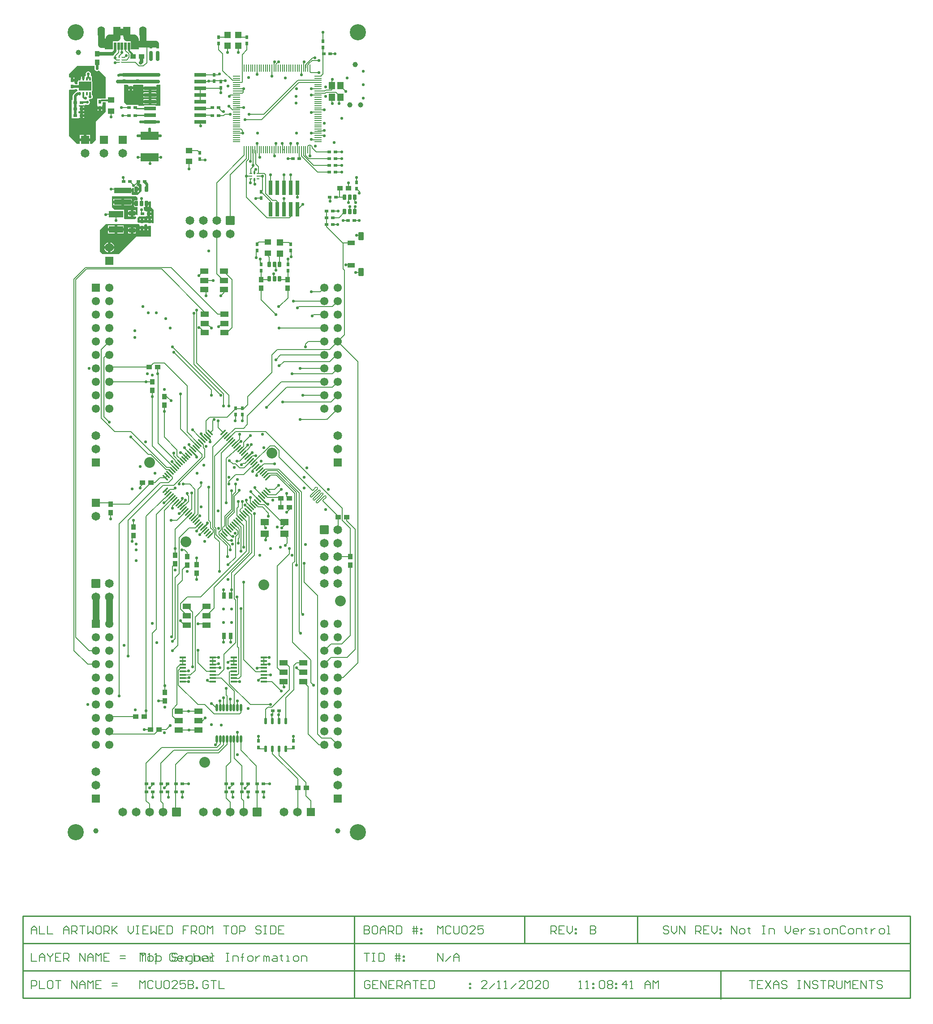
<source format=gtl>
G04*
G04 #@! TF.GenerationSoftware,Altium Limited,Altium Designer,18.1.9 (240)*
G04*
G04 Layer_Physical_Order=1*
G04 Layer_Color=255*
%FSAX25Y25*%
%MOIN*%
G70*
G01*
G75*
%ADD11C,0.01000*%
%ADD18C,0.00800*%
%ADD20C,0.00600*%
%ADD21C,0.00500*%
G04:AMPARAMS|DCode=36|XSize=25.59mil|YSize=88.58mil|CornerRadius=1.92mil|HoleSize=0mil|Usage=FLASHONLY|Rotation=270.000|XOffset=0mil|YOffset=0mil|HoleType=Round|Shape=RoundedRectangle|*
%AMROUNDEDRECTD36*
21,1,0.02559,0.08474,0,0,270.0*
21,1,0.02175,0.08858,0,0,270.0*
1,1,0.00384,-0.04237,-0.01088*
1,1,0.00384,-0.04237,0.01088*
1,1,0.00384,0.04237,0.01088*
1,1,0.00384,0.04237,-0.01088*
%
%ADD36ROUNDEDRECTD36*%
G04:AMPARAMS|DCode=37|XSize=7.87mil|YSize=13.78mil|CornerRadius=1.97mil|HoleSize=0mil|Usage=FLASHONLY|Rotation=270.000|XOffset=0mil|YOffset=0mil|HoleType=Round|Shape=RoundedRectangle|*
%AMROUNDEDRECTD37*
21,1,0.00787,0.00984,0,0,270.0*
21,1,0.00394,0.01378,0,0,270.0*
1,1,0.00394,-0.00492,-0.00197*
1,1,0.00394,-0.00492,0.00197*
1,1,0.00394,0.00492,0.00197*
1,1,0.00394,0.00492,-0.00197*
%
%ADD37ROUNDEDRECTD37*%
G04:AMPARAMS|DCode=38|XSize=7.87mil|YSize=11.81mil|CornerRadius=1.97mil|HoleSize=0mil|Usage=FLASHONLY|Rotation=270.000|XOffset=0mil|YOffset=0mil|HoleType=Round|Shape=RoundedRectangle|*
%AMROUNDEDRECTD38*
21,1,0.00787,0.00787,0,0,270.0*
21,1,0.00394,0.01181,0,0,270.0*
1,1,0.00394,-0.00394,-0.00197*
1,1,0.00394,-0.00394,0.00197*
1,1,0.00394,0.00394,0.00197*
1,1,0.00394,0.00394,-0.00197*
%
%ADD38ROUNDEDRECTD38*%
%ADD39R,0.06299X0.04921*%
%ADD40R,0.03150X0.02362*%
%ADD41R,0.04724X0.04724*%
%ADD42O,0.02165X0.04921*%
%ADD43R,0.02362X0.03150*%
%ADD44R,0.04724X0.05512*%
%ADD45R,0.02913X0.10984*%
G04:AMPARAMS|DCode=46|XSize=11.81mil|YSize=23.62mil|CornerRadius=1.95mil|HoleSize=0mil|Usage=FLASHONLY|Rotation=0.000|XOffset=0mil|YOffset=0mil|HoleType=Round|Shape=RoundedRectangle|*
%AMROUNDEDRECTD46*
21,1,0.01181,0.01972,0,0,0.0*
21,1,0.00791,0.02362,0,0,0.0*
1,1,0.00390,0.00396,-0.00986*
1,1,0.00390,-0.00396,-0.00986*
1,1,0.00390,-0.00396,0.00986*
1,1,0.00390,0.00396,0.00986*
%
%ADD46ROUNDEDRECTD46*%
G04:AMPARAMS|DCode=47|XSize=9.84mil|YSize=21.65mil|CornerRadius=1.97mil|HoleSize=0mil|Usage=FLASHONLY|Rotation=270.000|XOffset=0mil|YOffset=0mil|HoleType=Round|Shape=RoundedRectangle|*
%AMROUNDEDRECTD47*
21,1,0.00984,0.01772,0,0,270.0*
21,1,0.00591,0.02165,0,0,270.0*
1,1,0.00394,-0.00886,-0.00295*
1,1,0.00394,-0.00886,0.00295*
1,1,0.00394,0.00886,0.00295*
1,1,0.00394,0.00886,-0.00295*
%
%ADD47ROUNDEDRECTD47*%
G04:AMPARAMS|DCode=48|XSize=7.87mil|YSize=21.65mil|CornerRadius=1.97mil|HoleSize=0mil|Usage=FLASHONLY|Rotation=270.000|XOffset=0mil|YOffset=0mil|HoleType=Round|Shape=RoundedRectangle|*
%AMROUNDEDRECTD48*
21,1,0.00787,0.01772,0,0,270.0*
21,1,0.00394,0.02165,0,0,270.0*
1,1,0.00394,-0.00886,-0.00197*
1,1,0.00394,-0.00886,0.00197*
1,1,0.00394,0.00886,0.00197*
1,1,0.00394,0.00886,-0.00197*
%
%ADD48ROUNDEDRECTD48*%
%ADD49R,0.04724X0.04331*%
%ADD50C,0.03937*%
%ADD51R,0.13386X0.06299*%
%ADD52R,0.04803X0.03602*%
%ADD53R,0.12598X0.03937*%
G04:AMPARAMS|DCode=54|XSize=35.43mil|YSize=51.18mil|CornerRadius=1.95mil|HoleSize=0mil|Usage=FLASHONLY|Rotation=270.000|XOffset=0mil|YOffset=0mil|HoleType=Round|Shape=RoundedRectangle|*
%AMROUNDEDRECTD54*
21,1,0.03543,0.04728,0,0,270.0*
21,1,0.03154,0.05118,0,0,270.0*
1,1,0.00390,-0.02364,-0.01577*
1,1,0.00390,-0.02364,0.01577*
1,1,0.00390,0.02364,0.01577*
1,1,0.00390,0.02364,-0.01577*
%
%ADD54ROUNDEDRECTD54*%
G04:AMPARAMS|DCode=55|XSize=57.09mil|YSize=39.37mil|CornerRadius=1.97mil|HoleSize=0mil|Usage=FLASHONLY|Rotation=270.000|XOffset=0mil|YOffset=0mil|HoleType=Round|Shape=RoundedRectangle|*
%AMROUNDEDRECTD55*
21,1,0.05709,0.03543,0,0,270.0*
21,1,0.05315,0.03937,0,0,270.0*
1,1,0.00394,-0.01772,-0.02657*
1,1,0.00394,-0.01772,0.02657*
1,1,0.00394,0.01772,0.02657*
1,1,0.00394,0.01772,-0.02657*
%
%ADD55ROUNDEDRECTD55*%
%ADD56R,0.06299X0.03937*%
G04:AMPARAMS|DCode=57|XSize=23.62mil|YSize=39.37mil|CornerRadius=2.01mil|HoleSize=0mil|Usage=FLASHONLY|Rotation=180.000|XOffset=0mil|YOffset=0mil|HoleType=Round|Shape=RoundedRectangle|*
%AMROUNDEDRECTD57*
21,1,0.02362,0.03535,0,0,180.0*
21,1,0.01961,0.03937,0,0,180.0*
1,1,0.00402,-0.00980,0.01768*
1,1,0.00402,0.00980,0.01768*
1,1,0.00402,0.00980,-0.01768*
1,1,0.00402,-0.00980,-0.01768*
%
%ADD57ROUNDEDRECTD57*%
%ADD58R,0.10630X0.05118*%
%ADD59R,0.03740X0.03937*%
%ADD60R,0.03937X0.03740*%
%ADD61R,0.02992X0.05000*%
%ADD62R,0.06299X0.03937*%
%ADD63O,0.00787X0.05512*%
%ADD64O,0.05512X0.00787*%
%ADD65O,0.01772X0.05512*%
%ADD66O,0.04724X0.01575*%
G04:AMPARAMS|DCode=67|XSize=58.07mil|YSize=82.68mil|CornerRadius=2.03mil|HoleSize=0mil|Usage=FLASHONLY|Rotation=0.000|XOffset=0mil|YOffset=0mil|HoleType=Round|Shape=RoundedRectangle|*
%AMROUNDEDRECTD67*
21,1,0.05807,0.07861,0,0,0.0*
21,1,0.05401,0.08268,0,0,0.0*
1,1,0.00407,0.02700,-0.03931*
1,1,0.00407,-0.02700,-0.03931*
1,1,0.00407,-0.02700,0.03931*
1,1,0.00407,0.02700,0.03931*
%
%ADD67ROUNDEDRECTD67*%
G04:AMPARAMS|DCode=68|XSize=54.13mil|YSize=74.8mil|CornerRadius=1.9mil|HoleSize=0mil|Usage=FLASHONLY|Rotation=0.000|XOffset=0mil|YOffset=0mil|HoleType=Round|Shape=RoundedRectangle|*
%AMROUNDEDRECTD68*
21,1,0.05413,0.07101,0,0,0.0*
21,1,0.05034,0.07480,0,0,0.0*
1,1,0.00379,0.02517,-0.03551*
1,1,0.00379,-0.02517,-0.03551*
1,1,0.00379,-0.02517,0.03551*
1,1,0.00379,0.02517,0.03551*
%
%ADD68ROUNDEDRECTD68*%
G04:AMPARAMS|DCode=69|XSize=17.72mil|YSize=54.33mil|CornerRadius=1.95mil|HoleSize=0mil|Usage=FLASHONLY|Rotation=0.000|XOffset=0mil|YOffset=0mil|HoleType=Round|Shape=RoundedRectangle|*
%AMROUNDEDRECTD69*
21,1,0.01772,0.05043,0,0,0.0*
21,1,0.01382,0.05433,0,0,0.0*
1,1,0.00390,0.00691,-0.02522*
1,1,0.00390,-0.00691,-0.02522*
1,1,0.00390,-0.00691,0.02522*
1,1,0.00390,0.00691,0.02522*
%
%ADD69ROUNDEDRECTD69*%
G04:AMPARAMS|DCode=70|XSize=11.81mil|YSize=57.09mil|CornerRadius=0mil|HoleSize=0mil|Usage=FLASHONLY|Rotation=315.000|XOffset=0mil|YOffset=0mil|HoleType=Round|Shape=Round|*
%AMOVALD70*
21,1,0.04528,0.01181,0.00000,0.00000,45.0*
1,1,0.01181,-0.01601,-0.01601*
1,1,0.01181,0.01601,0.01601*
%
%ADD70OVALD70*%

G04:AMPARAMS|DCode=71|XSize=11.81mil|YSize=57.09mil|CornerRadius=0mil|HoleSize=0mil|Usage=FLASHONLY|Rotation=45.000|XOffset=0mil|YOffset=0mil|HoleType=Round|Shape=Round|*
%AMOVALD71*
21,1,0.04528,0.01181,0.00000,0.00000,135.0*
1,1,0.01181,0.01601,-0.01601*
1,1,0.01181,-0.01601,0.01601*
%
%ADD71OVALD71*%

G04:AMPARAMS|DCode=121|XSize=64.96mil|YSize=94.49mil|CornerRadius=1.95mil|HoleSize=0mil|Usage=FLASHONLY|Rotation=270.000|XOffset=0mil|YOffset=0mil|HoleType=Round|Shape=RoundedRectangle|*
%AMROUNDEDRECTD121*
21,1,0.06496,0.09059,0,0,270.0*
21,1,0.06106,0.09449,0,0,270.0*
1,1,0.00390,-0.04530,-0.03053*
1,1,0.00390,-0.04530,0.03053*
1,1,0.00390,0.04530,0.03053*
1,1,0.00390,0.04530,-0.03053*
%
%ADD121ROUNDEDRECTD121*%
%ADD122C,0.02000*%
%ADD123C,0.01200*%
%ADD124C,0.05000*%
%ADD125C,0.02500*%
G04:AMPARAMS|DCode=126|XSize=64.96mil|YSize=64.96mil|CornerRadius=1.95mil|HoleSize=0mil|Usage=FLASHONLY|Rotation=270.000|XOffset=0mil|YOffset=0mil|HoleType=Round|Shape=RoundedRectangle|*
%AMROUNDEDRECTD126*
21,1,0.06496,0.06106,0,0,270.0*
21,1,0.06106,0.06496,0,0,270.0*
1,1,0.00390,-0.03053,-0.03053*
1,1,0.00390,-0.03053,0.03053*
1,1,0.00390,0.03053,0.03053*
1,1,0.00390,0.03053,-0.03053*
%
%ADD126ROUNDEDRECTD126*%
%ADD127C,0.06496*%
%ADD128C,0.08000*%
%ADD129R,0.06496X0.06496*%
G04:AMPARAMS|DCode=130|XSize=64.96mil|YSize=64.96mil|CornerRadius=1.95mil|HoleSize=0mil|Usage=FLASHONLY|Rotation=180.000|XOffset=0mil|YOffset=0mil|HoleType=Round|Shape=RoundedRectangle|*
%AMROUNDEDRECTD130*
21,1,0.06496,0.06106,0,0,180.0*
21,1,0.06106,0.06496,0,0,180.0*
1,1,0.00390,-0.03053,0.03053*
1,1,0.00390,0.03053,0.03053*
1,1,0.00390,0.03053,-0.03053*
1,1,0.00390,-0.03053,-0.03053*
%
%ADD130ROUNDEDRECTD130*%
%ADD131R,0.06496X0.06496*%
%ADD132C,0.06102*%
G04:AMPARAMS|DCode=133|XSize=61.02mil|YSize=61.02mil|CornerRadius=1.83mil|HoleSize=0mil|Usage=FLASHONLY|Rotation=270.000|XOffset=0mil|YOffset=0mil|HoleType=Round|Shape=RoundedRectangle|*
%AMROUNDEDRECTD133*
21,1,0.06102,0.05736,0,0,270.0*
21,1,0.05736,0.06102,0,0,270.0*
1,1,0.00366,-0.02868,-0.02868*
1,1,0.00366,-0.02868,0.02868*
1,1,0.00366,0.02868,0.02868*
1,1,0.00366,0.02868,-0.02868*
%
%ADD133ROUNDEDRECTD133*%
%ADD134C,0.03900*%
G04:AMPARAMS|DCode=135|XSize=82.68mil|YSize=55.12mil|CornerRadius=27.56mil|HoleSize=0mil|Usage=FLASHONLY|Rotation=270.000|XOffset=0mil|YOffset=0mil|HoleType=Round|Shape=RoundedRectangle|*
%AMROUNDEDRECTD135*
21,1,0.08268,0.00000,0,0,270.0*
21,1,0.02756,0.05512,0,0,270.0*
1,1,0.05512,0.00000,-0.01378*
1,1,0.05512,0.00000,0.01378*
1,1,0.05512,0.00000,0.01378*
1,1,0.05512,0.00000,-0.01378*
%
%ADD135ROUNDEDRECTD135*%
%ADD136C,0.12000*%
%ADD137C,0.02200*%
%ADD138C,0.01968*%
G36*
X0126719Y0615387D02*
X0127019Y0614512D01*
Y0614038D01*
X0128700D01*
Y0613038D01*
D01*
Y0614038D01*
X0130381D01*
Y0614512D01*
X0130681Y0615387D01*
X0131486Y0615865D01*
X0132219Y0615387D01*
X0132519Y0614487D01*
Y0614038D01*
X0134200D01*
Y0613038D01*
X0135200D01*
Y0609963D01*
Y0606400D01*
X0124200D01*
X0111200Y0593400D01*
X0099200D01*
X0097200Y0595400D01*
Y0611400D01*
X0101700Y0615900D01*
X0125854D01*
X0126719Y0615387D01*
D02*
G37*
G36*
X0135200Y0632282D02*
X0135200Y0628400D01*
X0137200Y0626400D01*
X0137200Y0616400D01*
X0135881D01*
Y0616762D01*
X0131826D01*
X0131635Y0616666D01*
X0131502Y0616665D01*
X0131370Y0616672D01*
X0131344Y0616663D01*
X0131302Y0616669D01*
X0131103Y0616762D01*
X0128700D01*
X0126263D01*
X0126067Y0616674D01*
X0125970Y0616707D01*
X0125200Y0617388D01*
X0125200Y0620525D01*
X0125699Y0620899D01*
X0126463Y0621419D01*
Y0621419D01*
X0126463Y0621419D01*
X0130612D01*
X0131213Y0621419D01*
X0132088Y0621719D01*
X0132562D01*
Y0623400D01*
Y0625081D01*
X0132088D01*
X0131213Y0625381D01*
X0130915D01*
X0130133Y0626381D01*
X0130137Y0626400D01*
X0129990Y0627141D01*
X0129840Y0627365D01*
X0130114Y0628319D01*
X0130686Y0628559D01*
X0130940Y0628508D01*
Y0630987D01*
X0131940D01*
Y0631987D01*
X0133635D01*
Y0632468D01*
X0134494Y0632891D01*
X0135200Y0632282D01*
D02*
G37*
G36*
X0125200Y0635400D02*
Y0633469D01*
X0123479D01*
X0123206Y0633414D01*
X0122974Y0633260D01*
X0122819Y0633028D01*
X0122765Y0632754D01*
Y0631987D01*
X0124460D01*
Y0629987D01*
X0122765D01*
Y0629219D01*
X0122819Y0628945D01*
X0122974Y0628714D01*
X0123206Y0628559D01*
X0123479Y0628504D01*
X0125200D01*
X0125200Y0622499D01*
X0125102Y0622441D01*
X0124391Y0622847D01*
X0122200D01*
Y0621546D01*
X0123252D01*
X0123730Y0621546D01*
X0123740Y0621539D01*
X0123926Y0621392D01*
X0124196Y0621038D01*
X0124232Y0620975D01*
X0124403Y0620671D01*
X0124392Y0620640D01*
X0124396Y0620582D01*
X0124384Y0620525D01*
Y0620324D01*
X0123461Y0619400D01*
X0116170Y0619400D01*
X0115315Y0619750D01*
Y0626468D01*
X0108132D01*
X0106200Y0628400D01*
X0106200Y0636400D01*
X0124200D01*
X0125200Y0635400D01*
D02*
G37*
G36*
X0142200Y0703900D02*
X0139156D01*
X0139123Y0703922D01*
X0138736Y0703999D01*
X0130262D01*
X0129875Y0703922D01*
X0129842Y0703900D01*
X0125937D01*
Y0704381D01*
X0117219D01*
X0115200Y0706400D01*
Y0719400D01*
X0117638D01*
X0118287Y0719188D01*
X0118519Y0718512D01*
Y0718038D01*
X0121881D01*
Y0718512D01*
X0122113Y0719188D01*
X0122762Y0719400D01*
X0129330D01*
X0129606Y0718819D01*
X0129705Y0718400D01*
X0129610Y0718258D01*
X0129557Y0717988D01*
Y0717900D01*
X0134499D01*
X0139442D01*
Y0717988D01*
X0139388Y0718258D01*
X0139293Y0718400D01*
X0139393Y0718819D01*
X0139668Y0719400D01*
X0142200D01*
Y0703900D01*
D02*
G37*
G36*
X0093365Y0733235D02*
Y0731913D01*
X0093263Y0731400D01*
X0093410Y0730659D01*
X0093830Y0730030D01*
X0094459Y0729610D01*
X0095200Y0729463D01*
X0095941Y0729610D01*
X0096570Y0730030D01*
X0101700Y0724900D01*
Y0709257D01*
X0098334D01*
X0097866Y0709164D01*
X0097825Y0709137D01*
X0095219D01*
Y0704988D01*
X0095219Y0704387D01*
X0095519Y0703512D01*
Y0703038D01*
X0098881D01*
Y0703512D01*
X0099181Y0704387D01*
X0099181Y0704988D01*
Y0706326D01*
X0101700D01*
Y0699400D01*
X0094200Y0691900D01*
Y0678400D01*
X0091200Y0675400D01*
X0089948D01*
Y0677400D01*
X0086200D01*
X0082452D01*
Y0675400D01*
X0080200D01*
X0074200Y0681400D01*
Y0714795D01*
X0074519Y0715663D01*
X0075200Y0715663D01*
X0078481D01*
Y0716202D01*
X0080303D01*
X0080529Y0715203D01*
X0079986Y0714584D01*
X0079391Y0714186D01*
X0077540Y0712335D01*
X0077142Y0711740D01*
X0077003Y0711038D01*
Y0708181D01*
X0076463D01*
Y0704219D01*
X0076463D01*
Y0703281D01*
X0076463D01*
Y0699319D01*
X0076463D01*
Y0698381D01*
X0076463D01*
Y0694419D01*
X0080612D01*
X0081213Y0694419D01*
X0082088Y0694719D01*
X0082562D01*
Y0696400D01*
Y0698081D01*
X0082088D01*
X0081213Y0698381D01*
Y0699319D01*
X0082088Y0699619D01*
X0082562D01*
Y0701300D01*
Y0702981D01*
X0082334D01*
X0081477Y0703718D01*
X0081561Y0704219D01*
X0085937D01*
Y0704226D01*
X0086937Y0704658D01*
X0087159Y0704510D01*
X0087900Y0704363D01*
X0088641Y0704510D01*
X0089270Y0704930D01*
X0089690Y0705559D01*
X0089837Y0706300D01*
X0089690Y0707041D01*
X0089270Y0707670D01*
X0089073Y0707802D01*
X0089491Y0708725D01*
X0089523Y0708727D01*
X0090039Y0708624D01*
X0090780Y0708772D01*
X0091408Y0709192D01*
X0091828Y0709820D01*
X0091976Y0710561D01*
X0091828Y0711303D01*
X0091466Y0711845D01*
Y0712888D01*
X0091449Y0712976D01*
Y0713874D01*
X0091371Y0714263D01*
X0091225Y0714481D01*
X0091447Y0714630D01*
X0091667Y0714959D01*
X0091744Y0715347D01*
Y0718322D01*
X0091759Y0718400D01*
X0091744Y0718478D01*
Y0721453D01*
X0091667Y0721841D01*
X0091447Y0722170D01*
X0091225Y0722319D01*
X0091371Y0722537D01*
X0091449Y0722926D01*
Y0723824D01*
X0091466Y0723912D01*
X0091449Y0723999D01*
Y0724898D01*
X0091371Y0725286D01*
X0091151Y0725615D01*
X0091044Y0725688D01*
X0090691Y0726305D01*
X0090533Y0726874D01*
X0090637Y0727400D01*
X0090490Y0728141D01*
X0090070Y0728770D01*
X0089441Y0729190D01*
X0088700Y0729337D01*
X0087959Y0729190D01*
X0087330Y0728770D01*
X0086910Y0728141D01*
X0086763Y0727400D01*
X0086865Y0726888D01*
X0086789Y0726419D01*
X0086485Y0725816D01*
X0085921Y0725650D01*
Y0723912D01*
X0083921D01*
Y0725401D01*
X0083916Y0725399D01*
X0083365D01*
X0083361Y0725401D01*
Y0723912D01*
X0082361D01*
Y0722912D01*
X0081258D01*
X0081282Y0722390D01*
X0080953Y0722170D01*
X0080733Y0721841D01*
X0080656Y0721453D01*
Y0719873D01*
X0079370D01*
X0078481Y0720413D01*
X0078181Y0721288D01*
Y0721762D01*
X0076500D01*
Y0722762D01*
X0075500D01*
Y0724837D01*
X0075200D01*
X0074819Y0724837D01*
X0074200Y0725581D01*
Y0727400D01*
X0080200Y0733400D01*
X0093200D01*
X0093365Y0733235D01*
D02*
G37*
G36*
X0126838Y0645719D02*
X0127312D01*
X0127988Y0645487D01*
X0128200Y0644838D01*
Y0640400D01*
X0125200Y0637400D01*
X0121332D01*
X0120999Y0638262D01*
X0120999D01*
Y0639731D01*
X0114200D01*
Y0641731D01*
X0120999D01*
Y0642075D01*
X0121117Y0642243D01*
X0121964Y0642786D01*
X0122765Y0642291D01*
Y0640046D01*
X0122819Y0639772D01*
X0122974Y0639540D01*
X0123206Y0639386D01*
X0123460Y0639335D01*
Y0641813D01*
X0124460D01*
Y0642813D01*
X0126155D01*
Y0643581D01*
X0126100Y0643855D01*
X0125945Y0644086D01*
X0125714Y0644241D01*
X0125440Y0644296D01*
X0124679D01*
X0124434Y0644724D01*
X0124838Y0645414D01*
Y0647400D01*
X0126838D01*
Y0645719D01*
D02*
G37*
%LPC*%
G36*
X0115015Y0614750D02*
X0110200D01*
Y0612691D01*
X0115015D01*
Y0614750D01*
D02*
G37*
G36*
X0108200D02*
X0103385D01*
Y0612691D01*
X0108200D01*
Y0614750D01*
D02*
G37*
G36*
X0124102Y0613254D02*
X0122200D01*
Y0611953D01*
X0124102D01*
Y0613254D01*
D02*
G37*
G36*
X0120200D02*
X0118298D01*
Y0611953D01*
X0120200D01*
Y0613254D01*
D02*
G37*
G36*
X0133200Y0612038D02*
X0132519D01*
Y0610963D01*
X0133200D01*
Y0612038D01*
D02*
G37*
G36*
X0130381D02*
X0129700D01*
Y0610963D01*
X0130381D01*
Y0612038D01*
D02*
G37*
G36*
X0127700D02*
X0127019D01*
Y0610963D01*
X0127700D01*
Y0612038D01*
D02*
G37*
G36*
X0124102Y0609953D02*
X0122200D01*
Y0608652D01*
X0124102D01*
Y0609953D01*
D02*
G37*
G36*
X0120200D02*
X0118298D01*
Y0608652D01*
X0120200D01*
Y0609953D01*
D02*
G37*
G36*
X0115015Y0610691D02*
X0110200D01*
Y0608632D01*
X0115015D01*
Y0610691D01*
D02*
G37*
G36*
X0108200D02*
X0103385D01*
Y0608632D01*
X0108200D01*
Y0610691D01*
D02*
G37*
G36*
X0105200Y0602043D02*
Y0599400D01*
X0107843D01*
X0107474Y0600290D01*
X0106873Y0601073D01*
X0106090Y0601674D01*
X0105200Y0602043D01*
D02*
G37*
G36*
X0103200D02*
X0102310Y0601674D01*
X0101527Y0601073D01*
X0100926Y0600290D01*
X0100557Y0599400D01*
X0103200D01*
Y0602043D01*
D02*
G37*
G36*
X0107843Y0597400D02*
X0105200D01*
Y0594757D01*
X0106090Y0595126D01*
X0106873Y0595727D01*
X0107474Y0596510D01*
X0107843Y0597400D01*
D02*
G37*
G36*
X0103200D02*
X0100557D01*
X0100926Y0596510D01*
X0101527Y0595727D01*
X0102310Y0595126D01*
X0103200Y0594757D01*
Y0597400D01*
D02*
G37*
G36*
X0133635Y0629987D02*
X0132940D01*
Y0628508D01*
X0133194Y0628559D01*
X0133426Y0628714D01*
X0133581Y0628945D01*
X0133635Y0629219D01*
Y0629987D01*
D02*
G37*
G36*
X0134562Y0625081D02*
Y0624400D01*
X0135637D01*
Y0625081D01*
X0134562D01*
D02*
G37*
G36*
X0135637Y0622400D02*
X0134562D01*
Y0621719D01*
X0135637D01*
Y0622400D01*
D02*
G37*
G36*
X0130381Y0619837D02*
X0129700D01*
Y0618762D01*
X0130381D01*
Y0619837D01*
D02*
G37*
G36*
X0135881D02*
X0135200D01*
Y0618762D01*
X0135881D01*
Y0619837D01*
D02*
G37*
G36*
X0133200D02*
X0132519D01*
Y0618762D01*
X0133200D01*
Y0619837D01*
D02*
G37*
G36*
X0127700D02*
X0127019D01*
Y0618762D01*
X0127700D01*
Y0619837D01*
D02*
G37*
G36*
X0120999Y0634538D02*
X0115200D01*
Y0633069D01*
X0120999D01*
Y0634538D01*
D02*
G37*
G36*
X0113200D02*
X0107401D01*
Y0633069D01*
X0113200D01*
Y0634538D01*
D02*
G37*
G36*
X0120999Y0631069D02*
X0115200D01*
Y0629601D01*
X0120999D01*
Y0631069D01*
D02*
G37*
G36*
X0113200D02*
X0107401D01*
Y0629601D01*
X0113200D01*
Y0631069D01*
D02*
G37*
G36*
X0124102Y0626148D02*
X0122200D01*
Y0624847D01*
X0124102D01*
Y0626148D01*
D02*
G37*
G36*
X0120200D02*
X0118298D01*
Y0624847D01*
X0120200D01*
Y0626148D01*
D02*
G37*
G36*
Y0622847D02*
X0118298D01*
Y0621546D01*
X0120200D01*
Y0622847D01*
D02*
G37*
G36*
X0139442Y0715900D02*
X0135499D01*
Y0715107D01*
X0138736D01*
X0139006Y0715161D01*
X0139235Y0715314D01*
X0139388Y0715542D01*
X0139442Y0715812D01*
Y0715900D01*
D02*
G37*
G36*
X0133499D02*
X0129557D01*
Y0715812D01*
X0129610Y0715542D01*
X0129763Y0715314D01*
X0129992Y0715161D01*
X0130262Y0715107D01*
X0133499D01*
Y0715900D01*
D02*
G37*
G36*
X0121881Y0716038D02*
X0121200D01*
Y0714963D01*
X0121881D01*
Y0716038D01*
D02*
G37*
G36*
X0119200D02*
X0118519D01*
Y0714963D01*
X0119200D01*
Y0716038D01*
D02*
G37*
G36*
X0138736Y0713693D02*
X0135499D01*
Y0712900D01*
X0139442D01*
Y0712988D01*
X0139388Y0713258D01*
X0139235Y0713486D01*
X0139006Y0713639D01*
X0138736Y0713693D01*
D02*
G37*
G36*
X0133499D02*
X0130262D01*
X0129992Y0713639D01*
X0129763Y0713486D01*
X0129610Y0713258D01*
X0129557Y0712988D01*
Y0712900D01*
X0133499D01*
Y0713693D01*
D02*
G37*
G36*
X0139442Y0710900D02*
X0135499D01*
Y0710107D01*
X0138736D01*
X0139006Y0710161D01*
X0139235Y0710314D01*
X0139388Y0710542D01*
X0139442Y0710812D01*
Y0710900D01*
D02*
G37*
G36*
X0133499D02*
X0129557D01*
Y0710812D01*
X0129610Y0710542D01*
X0129763Y0710314D01*
X0129992Y0710161D01*
X0130262Y0710107D01*
X0133499D01*
Y0710900D01*
D02*
G37*
G36*
X0138736Y0708693D02*
X0135499D01*
Y0707900D01*
X0139442D01*
Y0707988D01*
X0139388Y0708258D01*
X0139235Y0708487D01*
X0139006Y0708639D01*
X0138736Y0708693D01*
D02*
G37*
G36*
X0133499D02*
X0130262D01*
X0129992Y0708639D01*
X0129763Y0708487D01*
X0129610Y0708258D01*
X0129557Y0707988D01*
Y0707900D01*
X0133499D01*
Y0708693D01*
D02*
G37*
G36*
X0139442Y0705900D02*
X0135499D01*
Y0705107D01*
X0138736D01*
X0139006Y0705161D01*
X0139235Y0705313D01*
X0139388Y0705542D01*
X0139442Y0705812D01*
Y0705900D01*
D02*
G37*
G36*
X0133499D02*
X0129557D01*
Y0705812D01*
X0129610Y0705542D01*
X0129763Y0705313D01*
X0129992Y0705161D01*
X0130262Y0705107D01*
X0133499D01*
Y0705900D01*
D02*
G37*
G36*
X0081361Y0725244D02*
X0081311Y0725169D01*
X0081260Y0724912D01*
X0081361D01*
Y0725244D01*
D02*
G37*
G36*
X0077500Y0724837D02*
Y0723762D01*
X0078181D01*
Y0724837D01*
X0077500D01*
D02*
G37*
G36*
X0084562Y0702981D02*
Y0702300D01*
X0085637D01*
Y0702981D01*
X0084562D01*
D02*
G37*
G36*
X0098881Y0701038D02*
X0098200D01*
Y0699963D01*
X0098881D01*
Y0701038D01*
D02*
G37*
G36*
X0096200D02*
X0095519D01*
Y0699963D01*
X0096200D01*
Y0701038D01*
D02*
G37*
G36*
X0085637Y0700300D02*
X0084562D01*
Y0699619D01*
X0085637D01*
Y0700300D01*
D02*
G37*
G36*
X0084562Y0698081D02*
Y0697400D01*
X0085637D01*
Y0698081D01*
X0084562D01*
D02*
G37*
G36*
X0085637Y0695400D02*
X0084562D01*
Y0694719D01*
X0085637D01*
Y0695400D01*
D02*
G37*
G36*
X0089948Y0682148D02*
X0087200D01*
Y0679400D01*
X0089948D01*
Y0682148D01*
D02*
G37*
G36*
X0085200D02*
X0082452D01*
Y0679400D01*
X0085200D01*
Y0682148D01*
D02*
G37*
G36*
X0126155Y0640813D02*
X0125460D01*
Y0639335D01*
X0125714Y0639386D01*
X0125945Y0639540D01*
X0126100Y0639772D01*
X0126155Y0640046D01*
Y0640813D01*
D02*
G37*
%LPD*%
G54D11*
X0221471Y0407400D02*
X0222200D01*
X0216841Y0412030D02*
X0221471Y0407400D01*
X0220500Y0380700D02*
Y0382814D01*
X0221543Y0383857D01*
X0169200Y0442400D02*
Y0442968D01*
X0165478Y0446689D02*
X0169200Y0442968D01*
X0157127Y0406462D02*
X0157262D01*
X0220038Y0385362D02*
X0221543Y0383857D01*
X0124062Y0701900D02*
X0134499D01*
X0124062Y0696900D02*
X0134499D01*
X0095200Y0736250D02*
X0095350Y0736400D01*
X0179200Y0453741D02*
Y0455400D01*
X0177200Y0457400D02*
X0179200Y0455400D01*
X0173830Y0389759D02*
X0177471Y0393400D01*
X0157262Y0406462D02*
X0161100Y0410300D01*
X0207098Y0442514D02*
X0210384Y0445800D01*
X0210600D01*
X0161018Y0410382D02*
X0161100Y0410300D01*
X0161018Y0410382D02*
X0161100Y0410300D01*
X0172700Y0458955D02*
X0175222Y0456433D01*
X0172700Y0458955D02*
Y0459900D01*
X0559400Y0039400D02*
Y0059683D01*
X0440500Y0040050D02*
X0700200D01*
Y0101050D01*
X0286500Y0040050D02*
Y0101050D01*
X0040000Y0040050D02*
Y0101050D01*
X0040050Y0040050D02*
X0197600D01*
X0040050D02*
Y0101050D01*
X0700200D01*
X0040000Y0040050D02*
X0440500D01*
X0040000Y0060383D02*
X0700000D01*
X0040000Y0080717D02*
X0700200D01*
X0413200D02*
Y0101050D01*
X0497200Y0080717D02*
Y0101050D01*
G54D18*
X0259376Y0716300D02*
X0259476Y0716400D01*
X0254700Y0698900D02*
X0254838Y0699038D01*
X0282200Y0642200D02*
Y0646400D01*
X0238200Y0411400D02*
X0238350D01*
X0236400Y0413200D02*
X0238200Y0411400D01*
X0204100Y0714900D02*
Y0716361D01*
X0171901Y0726900D02*
X0182700D01*
X0172200Y0716900D02*
Y0717400D01*
X0171901Y0706900D02*
Y0716101D01*
X0203700Y0469400D02*
Y0473538D01*
X0199500Y0256112D02*
X0199600Y0256212D01*
X0169200Y0362400D02*
X0169275Y0362475D01*
X0203986Y0713822D02*
Y0714786D01*
X0203375Y0713211D02*
X0203986Y0713822D01*
X0198885Y0713211D02*
X0203375D01*
X0232500Y0389600D02*
X0234605Y0391705D01*
Y0394024D01*
X0111700Y0264900D02*
Y0392900D01*
X0142200Y0423400D01*
X0162200Y0414400D02*
X0163200Y0413400D01*
Y0409400D02*
Y0413400D01*
X0158870Y0405070D02*
X0163200Y0409400D01*
X0162200Y0414400D02*
Y0415400D01*
X0157200Y0463320D02*
Y0489400D01*
X0140200Y0504400D02*
X0140700Y0503900D01*
Y0452800D02*
Y0503900D01*
Y0452800D02*
X0153340Y0440160D01*
X0145200Y0457400D02*
Y0476500D01*
Y0457400D02*
X0154800Y0447800D01*
Y0443448D02*
Y0447800D01*
X0272562Y0669400D02*
X0277200D01*
X0272562Y0664400D02*
X0277200D01*
X0272562Y0659400D02*
X0277200D01*
X0272562Y0654400D02*
X0277200D01*
X0158700Y0358900D02*
X0162200Y0362400D01*
X0158700Y0350900D02*
Y0358900D01*
X0155200Y0347400D02*
X0158700Y0350900D01*
X0181464Y0293400D02*
X0185700D01*
X0181420Y0293357D02*
X0181464Y0293400D01*
X0185200Y0288400D02*
X0185700Y0288900D01*
X0181582Y0288400D02*
X0185200D01*
X0181420Y0288239D02*
X0181582Y0288400D01*
X0130200Y0249400D02*
X0131700Y0250900D01*
Y0253900D02*
Y0398400D01*
Y0250900D02*
Y0253900D01*
Y0398400D02*
X0145200Y0411900D01*
X0154700Y0395400D02*
X0161700Y0402400D01*
X0150200Y0395400D02*
X0154700D01*
X0122200Y0391550D02*
Y0395400D01*
X0144200Y0421400D02*
X0152200D01*
X0118200Y0395400D02*
X0144200Y0421400D01*
X0105200Y0396400D02*
Y0401250D01*
X0128200Y0623900D02*
Y0626400D01*
Y0623900D02*
X0128700Y0623400D01*
X0101700Y0622900D02*
X0102283D01*
X0102491Y0623109D01*
X0109200Y0618400D02*
Y0621109D01*
X0222200Y0592400D02*
Y0594400D01*
Y0592400D02*
X0223460Y0591140D01*
Y0585813D02*
Y0591140D01*
X0214200Y0601400D02*
X0215318Y0602518D01*
X0222137D01*
X0230940Y0593640D02*
X0231200Y0593900D01*
X0230940Y0585813D02*
Y0593640D01*
X0192200Y0743400D02*
Y0748266D01*
X0200200Y0743400D02*
Y0748266D01*
X0163700Y0656900D02*
Y0662266D01*
X0105700Y0707400D02*
Y0707900D01*
Y0695400D02*
Y0699766D01*
X0217200Y0585762D02*
Y0586900D01*
X0216700Y0587400D02*
Y0589900D01*
Y0587400D02*
X0217200Y0586900D01*
X0108700Y0739400D02*
Y0740900D01*
Y0738900D02*
Y0739400D01*
X0113700Y0742900D02*
Y0748219D01*
X0132200Y0749880D02*
Y0749900D01*
Y0735900D02*
Y0749880D01*
X0126200Y0733400D02*
X0129700D01*
X0132200Y0735900D01*
X0123669Y0735931D02*
X0126200Y0733400D01*
X0113783Y0735931D02*
X0123669D01*
X0116259Y0747841D02*
X0116387Y0747713D01*
X0116200Y0747900D02*
X0116259Y0747841D01*
Y0748219D01*
X0116387Y0744900D02*
X0119000Y0742287D01*
Y0739700D02*
Y0742287D01*
X0116387Y0744900D02*
Y0747713D01*
X0117200Y0737900D02*
X0119000Y0739700D01*
X0113881Y0737900D02*
X0117200D01*
X0116600Y0741400D02*
Y0741500D01*
X0116700Y0740900D02*
Y0741400D01*
X0115669Y0739869D02*
X0116700Y0740900D01*
X0113881Y0739869D02*
X0115669D01*
X0111519Y0740719D02*
X0113700Y0742900D01*
X0111519Y0739869D02*
Y0740719D01*
X0111141Y0747400D02*
Y0748219D01*
X0108700Y0740900D02*
X0111200Y0743400D01*
Y0747400D01*
X0108700Y0738900D02*
X0109700Y0737900D01*
X0111519D01*
X0145200Y0512400D02*
X0162200Y0495400D01*
X0147050Y0487550D02*
X0150200Y0484400D01*
X0145200Y0487550D02*
X0147050D01*
X0169200Y0362550D02*
Y0367400D01*
X0254838Y0699038D02*
X0259515D01*
X0264200Y0700600D02*
X0264300D01*
X0263987Y0700613D02*
X0264200Y0700400D01*
X0259515Y0700613D02*
X0263987D01*
X0254700Y0678400D02*
X0254865Y0678565D01*
X0254700Y0678600D02*
X0255331D01*
X0254365Y0678565D02*
X0254700D01*
X0254865D02*
X0259515D01*
X0239400Y0675700D02*
X0239436Y0675664D01*
X0239200Y0675900D02*
X0239400Y0675700D01*
X0239436Y0671085D02*
Y0675664D01*
X0244161Y0671085D02*
Y0675861D01*
X0244200Y0675900D01*
X0237200Y0664400D02*
X0240838D01*
X0270562Y0615400D02*
X0274200D01*
X0270562Y0625400D02*
X0274700D01*
X0268700Y0632900D02*
Y0635538D01*
X0268338Y0635900D02*
X0268700Y0635538D01*
X0288200Y0646762D02*
Y0650400D01*
X0290200Y0638900D02*
Y0639438D01*
X0290500Y0639738D01*
X0282200Y0631900D02*
Y0634813D01*
X0283200Y0635813D01*
X0287200Y0628480D02*
Y0628900D01*
X0286900Y0628180D02*
X0287200Y0628480D01*
X0283200Y0624987D02*
Y0628900D01*
X0286562Y0618400D02*
X0290200D01*
X0278200D02*
X0281838D01*
X0213700Y0590900D02*
X0214074D01*
X0214137Y0590963D01*
X0226700Y0575400D02*
X0227200Y0574900D01*
X0226700Y0575400D02*
Y0578900D01*
X0228200Y0581400D02*
Y0584813D01*
X0227200Y0585813D02*
X0228200Y0584813D01*
X0203200Y0474038D02*
X0203700Y0473538D01*
X0198200Y0469400D02*
Y0474038D01*
X0160200Y0449184D02*
Y0449400D01*
Y0449184D02*
X0164086Y0445298D01*
X0212700Y0418955D02*
Y0419900D01*
Y0418955D02*
X0218233Y0413422D01*
X0203700Y0437900D02*
X0205200D01*
X0202700Y0436900D02*
X0203700Y0437900D01*
X0205200D02*
X0208422Y0441122D01*
X0208489D01*
X0145200Y0272900D02*
Y0402887D01*
X0145700Y0267550D02*
Y0272400D01*
Y0267400D02*
Y0267550D01*
X0162200Y0368550D02*
Y0371400D01*
Y0368400D02*
Y0368550D01*
X0160200Y0373400D02*
X0162200Y0371400D01*
X0158200Y0373400D02*
X0160200D01*
X0153200Y0369550D02*
Y0374400D01*
Y0369400D02*
Y0369550D01*
X0121200Y0379900D02*
Y0382900D01*
X0122200Y0383900D01*
X0127200Y0419400D02*
Y0420400D01*
X0145200Y0402887D02*
X0152951Y0410638D01*
X0236200Y0401400D02*
X0236300D01*
X0238500Y0403600D01*
X0235200Y0376900D02*
X0236700Y0378400D01*
X0220800Y0389700D02*
Y0389800D01*
X0220038Y0390562D02*
X0220800Y0389800D01*
X0211100Y0431800D02*
Y0432800D01*
X0168100Y0400732D02*
Y0418500D01*
X0145200Y0476500D02*
Y0481250D01*
X0136200Y0487500D02*
Y0492250D01*
Y0450913D02*
Y0487500D01*
X0131600Y0498400D02*
X0131901D01*
X0132050Y0498550D01*
X0104200Y0498400D02*
X0131600D01*
X0118838Y0696400D02*
X0119200D01*
X0114200D02*
X0118838D01*
X0113200Y0702400D02*
X0118700D01*
X0210868Y0443500D02*
X0213500D01*
X0208489Y0441122D02*
X0210868Y0443500D01*
X0236400Y0413200D02*
Y0415500D01*
X0238200Y0403900D02*
X0238500Y0403600D01*
X0219420Y0288239D02*
X0219459Y0288200D01*
X0158562Y0199400D02*
X0163200D01*
X0147700Y0198900D02*
Y0199400D01*
X0145200Y0196400D02*
X0147700Y0198900D01*
X0136700D02*
Y0199400D01*
X0134200Y0196400D02*
X0136700Y0198900D01*
X0207700Y0198385D02*
Y0199400D01*
X0205396Y0195928D02*
Y0196081D01*
Y0195872D02*
Y0195928D01*
X0205424Y0195900D02*
X0205924Y0196400D01*
X0205396Y0195872D02*
X0205424Y0195900D01*
X0205200Y0195676D02*
X0205396Y0195872D01*
Y0195928D02*
X0205424Y0195900D01*
X0205243Y0196081D02*
X0205396Y0195928D01*
X0205243Y0196081D02*
X0205320Y0196158D01*
X0205200Y0196038D02*
X0205243Y0196081D01*
X0205396D02*
X0207700Y0198385D01*
X0196200Y0198900D02*
Y0199400D01*
X0193700Y0196400D02*
X0196200Y0198900D01*
X0219062Y0199400D02*
X0223700D01*
X0218700D02*
X0219062D01*
X0238200Y0403900D02*
Y0405400D01*
X0236700Y0378400D02*
Y0382400D01*
X0234605Y0384495D02*
X0236700Y0382400D01*
X0234605Y0384495D02*
Y0385362D01*
X0220038Y0390562D02*
Y0394024D01*
X0211100Y0432800D02*
X0213900Y0435600D01*
X0156200Y0355900D02*
Y0382400D01*
X0153200Y0352900D02*
X0156200Y0355900D01*
X0153200Y0307400D02*
Y0352900D01*
X0169200Y0351400D02*
Y0356250D01*
X0153200Y0374400D02*
Y0388616D01*
X0132050Y0498550D02*
X0136200D01*
X0104200Y0508400D02*
X0105200Y0509400D01*
X0134050D01*
X0199500Y0256112D02*
X0199598Y0256014D01*
X0253600Y0666500D02*
Y0667481D01*
X0253609Y0667491D01*
Y0671085D01*
X0288200Y0642038D02*
X0290500Y0639738D01*
X0286940Y0632660D02*
X0287700Y0631900D01*
X0286900Y0628180D02*
X0286940Y0628140D01*
X0198895Y0683300D02*
X0203500D01*
X0254800D02*
X0255300D01*
X0228400Y0675200D02*
Y0675900D01*
X0213900Y0435600D02*
X0214200D01*
X0150997Y0438900D02*
X0154343Y0435554D01*
X0198885Y0683290D02*
X0198895Y0683300D01*
X0247300Y0726800D02*
Y0731705D01*
X0254600Y0716300D02*
X0259376D01*
X0255300Y0683300D02*
X0255310Y0683290D01*
X0233100Y0675374D02*
Y0675700D01*
Y0675374D02*
X0233137Y0675337D01*
X0228400Y0675200D02*
X0228413Y0675187D01*
X0214200Y0727100D02*
Y0731676D01*
X0214239Y0731715D01*
X0247300Y0731705D02*
X0247310Y0731715D01*
X0259476Y0716400D02*
X0259515Y0716361D01*
X0214200Y0671124D02*
Y0675900D01*
Y0671124D02*
X0214239Y0671085D01*
X0226838Y0666762D02*
X0227200Y0666400D01*
X0226838Y0666762D02*
Y0671085D01*
X0230200Y0246735D02*
Y0250900D01*
Y0246735D02*
X0230700Y0246235D01*
X0225200Y0246735D02*
Y0250900D01*
Y0246735D02*
X0225700Y0246235D01*
X0108200Y0461400D02*
X0120200D01*
X0098200Y0471400D02*
X0108200Y0461400D01*
X0098200Y0522400D02*
X0104200Y0528400D01*
X0098200Y0471400D02*
Y0522400D01*
X0100200Y0516400D02*
X0104200Y0520400D01*
X0100200Y0472400D02*
Y0516400D01*
Y0472400D02*
X0104200Y0468400D01*
X0127200Y0420400D02*
X0129050Y0422250D01*
X0104200Y0408400D02*
X0105200Y0407400D01*
X0119350D01*
X0135350Y0423400D01*
X0142200D02*
X0148200D01*
X0135200Y0444400D02*
X0136200Y0443400D01*
X0133200Y0444400D02*
X0135200D01*
X0120200Y0457400D02*
X0133200Y0444400D01*
X0134200Y0509400D02*
X0137200Y0512400D01*
X0145200D01*
X0168262Y0449338D02*
X0173200Y0444400D01*
Y0442400D02*
Y0444400D01*
X0152200Y0421400D02*
X0173200Y0442400D01*
X0140200Y0504400D02*
Y0509400D01*
X0140850Y0261250D02*
X0145700D01*
X0122200Y0391550D02*
X0123200Y0390550D01*
X0153200Y0388616D02*
X0164086Y0399502D01*
X0151200Y0361250D02*
X0153200Y0363250D01*
X0126326Y0665526D02*
X0134200D01*
X0134326Y0665400D01*
X0109200Y0623109D02*
X0110200Y0622109D01*
X0102491Y0623109D02*
X0109200D01*
X0122838Y0644400D02*
X0125838Y0647400D01*
X0126200D01*
X0286940Y0632660D02*
Y0635813D01*
Y0624987D02*
Y0628140D01*
X0212200Y0655400D02*
X0213007Y0656207D01*
X0212200Y0653959D02*
Y0655400D01*
X0280200Y0585400D02*
X0284200D01*
X0184243Y0229443D02*
Y0232786D01*
X0129050Y0422250D02*
Y0423400D01*
X0135350D02*
X0138200D01*
X0142002Y0427202D01*
X0149200Y0418400D02*
X0152200D01*
X0147200Y0416400D02*
X0149200Y0418400D01*
X0152200D02*
X0153200Y0419400D01*
X0156200Y0422400D02*
Y0423400D01*
X0104200Y0488400D02*
X0105200Y0487400D01*
X0094200Y0408400D02*
X0104200D01*
X0146200Y0427400D02*
X0147383Y0428583D01*
Y0428594D01*
X0168262Y0449338D02*
Y0449473D01*
X0169200Y0387400D02*
Y0387913D01*
X0172438Y0391151D01*
X0232576Y0394024D02*
X0234271D01*
X0228522Y0398078D02*
X0232576Y0394024D01*
X0168262Y0395327D02*
Y0395462D01*
X0230562Y0251262D02*
Y0253900D01*
X0181420Y0288239D02*
Y0290798D01*
Y0293180D01*
X0219420Y0288239D02*
Y0290798D01*
Y0293180D01*
X0119200Y0647400D02*
X0119562D01*
X0158980Y0275443D02*
X0163157D01*
X0196980D02*
X0201157D01*
X0215200Y0231262D02*
Y0234900D01*
X0225838Y0251262D02*
Y0253900D01*
X0198885Y0686439D02*
X0202161D01*
X0203200Y0685400D01*
Y0683400D02*
Y0685400D01*
X0233137Y0671085D02*
Y0675337D01*
X0228413Y0671085D02*
Y0675187D01*
X0233137Y0671085D02*
X0234678D01*
X0255310Y0683290D02*
X0259515D01*
X0198885Y0702187D02*
X0199098Y0702400D01*
X0204200D01*
X0171901Y0716101D02*
X0172200Y0716400D01*
Y0716900D02*
X0186700D01*
X0183200Y0726762D02*
X0185562D01*
X0195987Y0700613D02*
X0198885D01*
X0193200Y0703400D02*
X0195987Y0700613D01*
X0226838Y0731715D02*
Y0736038D01*
X0227200Y0736400D01*
X0228413Y0731715D02*
Y0734613D01*
X0230200Y0736400D01*
X0165478Y0398111D02*
X0168100Y0400732D01*
X0159200Y0422400D02*
X0164200D01*
X0168100Y0418500D01*
X0156200Y0423400D02*
X0175200Y0442400D01*
X0185562Y0726762D02*
X0186200Y0727400D01*
X0142002Y0427202D02*
X0145991D01*
X0146200Y0417389D02*
X0147383Y0416206D01*
X0270050Y0706550D02*
Y0710069D01*
X0119562Y0647400D02*
X0122200Y0644762D01*
Y0644400D02*
X0122838D01*
X0171901Y0689699D02*
Y0691900D01*
X0270050Y0723250D02*
X0270200Y0723400D01*
X0276200Y0718400D02*
X0280200Y0714400D01*
X0270050Y0706550D02*
X0270200Y0706400D01*
Y0705400D02*
Y0706400D01*
X0275200Y0708920D02*
X0276350Y0710069D01*
X0275200Y0705400D02*
Y0708920D01*
X0290818Y0607400D02*
X0291531Y0606687D01*
X0288200Y0607400D02*
X0290818D01*
X0183200Y0228400D02*
X0184243Y0229443D01*
X0145200Y0481250D02*
Y0481400D01*
X0146469Y0433131D02*
X0146469D01*
X0146516Y0433178D01*
X0136200Y0443400D02*
X0136271D01*
X0139200Y0440471D01*
Y0440400D02*
Y0440471D01*
Y0440400D02*
X0146469Y0433131D01*
X0151200Y0406103D02*
X0154343Y0409246D01*
X0151200Y0404400D02*
Y0406103D01*
X0163700Y0451252D02*
X0166870Y0448081D01*
X0146516Y0433178D02*
X0146584D01*
X0146661Y0433100D01*
X0158519Y0405070D02*
X0158870D01*
X0166870Y0396719D02*
X0169300Y0399148D01*
Y0399187D01*
X0170200Y0400087D01*
Y0418400D01*
X0151200Y0426400D02*
Y0427400D01*
X0148200Y0423400D02*
X0151200Y0426400D01*
X0148200Y0430400D02*
X0151200Y0427400D01*
X0162200Y0461103D02*
X0171046Y0452257D01*
X0157200Y0463320D02*
X0169654Y0450865D01*
X0136200Y0492250D02*
Y0492400D01*
X0109200Y0621109D02*
X0110200Y0622109D01*
X0114838Y0647400D02*
Y0649762D01*
X0284200Y0584400D02*
Y0585400D01*
X0153200Y0363250D02*
X0153350D01*
X0156632Y0400400D02*
X0159911Y0403678D01*
X0151200Y0305400D02*
X0153200Y0307400D01*
X0156200Y0400400D02*
X0156632D01*
X0123200Y0390400D02*
Y0390550D01*
X0130200Y0239900D02*
X0134901D01*
X0237200Y0585762D02*
Y0589900D01*
X0217131Y0585831D02*
X0217200Y0585762D01*
X0187200Y0713400D02*
Y0717038D01*
X0193700Y0710900D02*
X0194436Y0711636D01*
X0198885D01*
X0159911Y0441122D02*
X0159922D01*
X0157916Y0445900D02*
X0161303Y0442514D01*
X0157200Y0445900D02*
X0157916D01*
X0159922Y0441122D02*
X0162700Y0443900D01*
X0163700Y0451252D02*
Y0451900D01*
X0219459Y0288200D02*
X0219559Y0288300D01*
X0223300D01*
X0219420Y0293357D02*
X0219477Y0293300D01*
X0223300D01*
X0128200Y0630987D02*
Y0634600D01*
X0168262Y0395462D02*
X0171600Y0398800D01*
X0171800D01*
X0270050Y0718731D02*
Y0723250D01*
X0114800Y0649800D02*
X0114838Y0649762D01*
X0114800Y0649800D02*
Y0650500D01*
X0113231Y0641700D02*
X0114200Y0640731D01*
X0105800Y0641700D02*
X0113231D01*
X0174137Y0449363D02*
X0175200Y0448300D01*
Y0442400D02*
Y0448300D01*
X0172438Y0453649D02*
X0172451D01*
X0174137Y0451963D01*
Y0449363D02*
Y0451963D01*
X0134200Y0665526D02*
X0134500Y0665226D01*
Y0660600D02*
Y0665226D01*
X0126300Y0665500D02*
X0126326Y0665526D01*
X0125600Y0665500D02*
X0126300D01*
X0134326Y0665400D02*
X0134426Y0665500D01*
X0142600D01*
X0146661Y0433100D02*
X0148400D01*
X0149721Y0431779D01*
X0149821D01*
X0120200Y0461400D02*
X0146900Y0434700D01*
X0149900D01*
X0151800Y0432800D01*
X0154800Y0443448D02*
X0158519Y0439730D01*
X0152200Y0443265D02*
X0157127Y0438338D01*
X0153340Y0439340D02*
Y0440160D01*
Y0439340D02*
X0155735Y0436946D01*
X0136200Y0450913D02*
X0152951Y0434162D01*
X0150997Y0438900D02*
X0151000Y0438903D01*
Y0439200D01*
X0268562Y0742400D02*
X0272200D01*
X0148614Y0414814D02*
X0148775D01*
X0145700Y0411900D02*
X0148614Y0414814D01*
X0145200Y0411900D02*
X0145700D01*
X0139200Y0399671D02*
X0151559Y0412030D01*
X0145145Y0408400D02*
X0150167Y0413422D01*
X0144900Y0408400D02*
X0145145D01*
X0165700Y0403900D02*
Y0415900D01*
X0162694Y0400894D02*
X0165700Y0403900D01*
X0203986Y0714786D02*
X0204100Y0714900D01*
X0198885Y0714786D02*
X0203986D01*
X0198885Y0716361D02*
X0204100D01*
X0287700Y0579900D02*
X0291700D01*
X0152200Y0443265D02*
Y0445400D01*
X0156800Y0408900D02*
X0158700Y0410800D01*
Y0411900D01*
X0155735Y0407854D02*
X0156740Y0408860D01*
X0156781Y0408900D01*
X0156700D02*
X0156781D01*
X0156800D01*
X0156200Y0382400D02*
X0163500Y0389700D01*
X0168200D01*
X0169152Y0390652D01*
X0169452D01*
X0151200Y0298400D02*
X0155200Y0302400D01*
Y0347400D01*
X0199600Y0256212D02*
Y0261000D01*
X0241200Y0230900D02*
Y0231262D01*
Y0234900D01*
X0172700Y0420900D02*
Y0423400D01*
X0170200Y0418400D02*
X0172700Y0420900D01*
X0170700Y0458072D02*
X0171872Y0456900D01*
X0171971D01*
X0173830Y0455041D01*
X0166200Y0462600D02*
Y0462900D01*
Y0462600D02*
X0170700Y0458100D01*
Y0458072D02*
Y0458100D01*
X0178200Y0721900D02*
X0178338Y0722038D01*
X0182038D02*
X0182200D01*
X0182038D02*
X0182200Y0722200D01*
X0181700Y0722400D02*
X0190700D01*
X0171901Y0721900D02*
X0178200D01*
X0178338Y0722038D02*
X0182038D01*
X0135200Y0239900D02*
X0136200Y0240900D01*
X0135050Y0239900D02*
Y0240050D01*
X0137850Y0236400D02*
X0141350Y0239900D01*
X0106200Y0236400D02*
X0137850D01*
X0104200Y0238400D02*
X0106200Y0236400D01*
X0105200Y0249400D02*
X0124050D01*
X0104200Y0248400D02*
X0105200Y0249400D01*
X0145200Y0272900D02*
X0145700Y0272400D01*
X0118200Y0294400D02*
Y0395400D01*
X0141350Y0239900D02*
X0146700D01*
X0148450Y0241650D02*
X0149700Y0242900D01*
X0148200Y0241400D02*
X0149700Y0242900D01*
X0146700Y0239900D02*
X0149700Y0242900D01*
X0150700Y0308900D02*
X0151200Y0309400D01*
Y0361250D01*
X0136200Y0240900D02*
Y0311400D01*
X0139200Y0314400D01*
Y0399671D01*
X0155917Y0239510D02*
X0163590D01*
X0163700Y0239400D01*
X0170700D01*
X0155917Y0253290D02*
X0163090D01*
X0163200Y0253400D01*
X0163310Y0253290D02*
X0170483D01*
X0163200Y0253400D02*
X0163310Y0253290D01*
X0244200Y0635900D02*
Y0642912D01*
X0212200Y0645900D02*
X0212700Y0645400D01*
X0212200Y0645900D02*
Y0648841D01*
X0213338Y0635038D02*
X0217200D01*
X0213200Y0634900D02*
X0213338Y0635038D01*
X0224200Y0642912D02*
Y0652400D01*
X0234200Y0642912D02*
Y0652400D01*
X0239200Y0642912D02*
Y0652400D01*
X0162200Y0461103D02*
Y0495400D01*
X0213700Y0595400D02*
X0214200Y0595900D01*
X0213700Y0590900D02*
Y0595400D01*
X0214137Y0600746D02*
X0215791Y0602400D01*
X0222200D01*
X0231200Y0602134D02*
X0237966D01*
X0239200Y0600900D01*
X0239137Y0596022D02*
X0239700Y0595459D01*
Y0591400D02*
Y0595459D01*
X0172200Y0663400D02*
X0175700D01*
X0171700Y0663900D02*
X0172200Y0663400D01*
X0163700Y0670534D02*
X0170066D01*
X0171700Y0668900D01*
X0098334Y0708034D02*
X0105700D01*
X0097200Y0706900D02*
X0097850Y0707550D01*
X0098334Y0708034D01*
X0097850Y0707550D02*
X0105350D01*
X0126900Y0073549D02*
X0130899D01*
X0128899D01*
Y0067551D01*
X0133898D02*
X0135897D01*
X0136897Y0068550D01*
Y0070550D01*
X0135897Y0071549D01*
X0133898D01*
X0132898Y0070550D01*
Y0068550D01*
X0133898Y0067551D01*
X0138896Y0065551D02*
Y0071549D01*
X0141895D01*
X0142895Y0070550D01*
Y0068550D01*
X0141895Y0067551D01*
X0138896D01*
X0154891Y0072549D02*
X0153891Y0073549D01*
X0151892D01*
X0150892Y0072549D01*
Y0071549D01*
X0151892Y0070550D01*
X0153891D01*
X0154891Y0069550D01*
Y0068550D01*
X0153891Y0067551D01*
X0151892D01*
X0150892Y0068550D01*
X0156890Y0067551D02*
X0158890D01*
X0157890D01*
Y0071549D01*
X0156890D01*
X0163888Y0065551D02*
X0164888D01*
X0165887Y0066551D01*
Y0071549D01*
X0162888D01*
X0161889Y0070550D01*
Y0068550D01*
X0162888Y0067551D01*
X0165887D01*
X0167887D02*
Y0071549D01*
X0170886D01*
X0171885Y0070550D01*
Y0067551D01*
X0174884Y0071549D02*
X0176884D01*
X0177884Y0070550D01*
Y0067551D01*
X0174884D01*
X0173885Y0068550D01*
X0174884Y0069550D01*
X0177884D01*
X0179883Y0067551D02*
X0181882D01*
X0180883D01*
Y0073549D01*
X0179883D01*
X0127200Y0067400D02*
Y0073398D01*
X0129199Y0071399D01*
X0131199Y0073398D01*
Y0067400D01*
X0133198D02*
X0135197D01*
X0134198D01*
Y0073398D01*
X0133198Y0072398D01*
X0138196Y0067400D02*
X0140196D01*
X0139196D01*
Y0073398D01*
X0138196Y0072398D01*
X0153192D02*
X0152192Y0073398D01*
X0150193D01*
X0149193Y0072398D01*
Y0068400D01*
X0150193Y0067400D01*
X0152192D01*
X0153192Y0068400D01*
Y0070399D01*
X0151192D01*
X0158190Y0067400D02*
X0156191D01*
X0155191Y0068400D01*
Y0070399D01*
X0156191Y0071399D01*
X0158190D01*
X0159190Y0070399D01*
Y0069399D01*
X0155191D01*
X0161189Y0071399D02*
Y0067400D01*
Y0069399D01*
X0162189Y0070399D01*
X0163188Y0071399D01*
X0164188D01*
X0167187Y0073398D02*
Y0067400D01*
X0170186D01*
X0171186Y0068400D01*
Y0069399D01*
Y0070399D01*
X0170186Y0071399D01*
X0167187D01*
X0176184Y0067400D02*
X0174185D01*
X0173185Y0068400D01*
Y0070399D01*
X0174185Y0071399D01*
X0176184D01*
X0177184Y0070399D01*
Y0069399D01*
X0173185D01*
X0179183Y0071399D02*
Y0067400D01*
Y0069399D01*
X0180183Y0070399D01*
X0181183Y0071399D01*
X0182182D01*
X0191179Y0073398D02*
X0193179D01*
X0192179D01*
Y0067400D01*
X0191179D01*
X0193179D01*
X0196178D02*
Y0071399D01*
X0199177D01*
X0200176Y0070399D01*
Y0067400D01*
X0203175D02*
Y0072398D01*
Y0070399D01*
X0202176D01*
X0204175D01*
X0203175D01*
Y0072398D01*
X0204175Y0073398D01*
X0208174Y0067400D02*
X0210173D01*
X0211173Y0068400D01*
Y0070399D01*
X0210173Y0071399D01*
X0208174D01*
X0207174Y0070399D01*
Y0068400D01*
X0208174Y0067400D01*
X0213172Y0071399D02*
Y0067400D01*
Y0069399D01*
X0214172Y0070399D01*
X0215172Y0071399D01*
X0216171D01*
X0219170Y0067400D02*
Y0071399D01*
X0220170D01*
X0221170Y0070399D01*
Y0067400D01*
Y0070399D01*
X0222169Y0071399D01*
X0223169Y0070399D01*
Y0067400D01*
X0226168Y0071399D02*
X0228167D01*
X0229167Y0070399D01*
Y0067400D01*
X0226168D01*
X0225168Y0068400D01*
X0226168Y0069399D01*
X0229167D01*
X0232166Y0072398D02*
Y0071399D01*
X0231166D01*
X0233166D01*
X0232166D01*
Y0068400D01*
X0233166Y0067400D01*
X0236165D02*
X0238164D01*
X0237164D01*
Y0071399D01*
X0236165D01*
X0242163Y0067400D02*
X0244162D01*
X0245162Y0068400D01*
Y0070399D01*
X0244162Y0071399D01*
X0242163D01*
X0241163Y0070399D01*
Y0068400D01*
X0242163Y0067400D01*
X0247161D02*
Y0071399D01*
X0250160D01*
X0251160Y0070399D01*
Y0067400D01*
X0348550Y0067500D02*
Y0073498D01*
X0352549Y0067500D01*
Y0073498D01*
X0354548Y0067500D02*
X0358547Y0071499D01*
X0360546Y0067500D02*
Y0071499D01*
X0362545Y0073498D01*
X0364545Y0071499D01*
Y0067500D01*
Y0070499D01*
X0360546D01*
X0294000Y0073498D02*
X0297999D01*
X0295999D01*
Y0067500D01*
X0299998Y0073498D02*
X0301997D01*
X0300998D01*
Y0067500D01*
X0299998D01*
X0301997D01*
X0304996Y0073498D02*
Y0067500D01*
X0307996D01*
X0308995Y0068500D01*
Y0072498D01*
X0307996Y0073498D01*
X0304996D01*
X0317992Y0067500D02*
Y0073498D01*
X0319992D02*
Y0067500D01*
X0316993Y0071499D02*
X0319992D01*
X0320991D01*
X0316993Y0069499D02*
X0320991D01*
X0322991Y0071499D02*
X0323990D01*
Y0070499D01*
X0322991D01*
Y0071499D01*
Y0068500D02*
X0323990D01*
Y0067500D01*
X0322991D01*
Y0068500D01*
X0580500Y0052965D02*
X0584499D01*
X0582499D01*
Y0046966D01*
X0590497Y0052965D02*
X0586498D01*
Y0046966D01*
X0590497D01*
X0586498Y0049966D02*
X0588497D01*
X0592496Y0052965D02*
X0596495Y0046966D01*
Y0052965D02*
X0592496Y0046966D01*
X0598494D02*
Y0050965D01*
X0600493Y0052965D01*
X0602493Y0050965D01*
Y0046966D01*
Y0049966D01*
X0598494D01*
X0608491Y0051965D02*
X0607491Y0052965D01*
X0605492D01*
X0604492Y0051965D01*
Y0050965D01*
X0605492Y0049966D01*
X0607491D01*
X0608491Y0048966D01*
Y0047966D01*
X0607491Y0046966D01*
X0605492D01*
X0604492Y0047966D01*
X0616488Y0052965D02*
X0618488D01*
X0617488D01*
Y0046966D01*
X0616488D01*
X0618488D01*
X0621487D02*
Y0052965D01*
X0625486Y0046966D01*
Y0052965D01*
X0631484Y0051965D02*
X0630484Y0052965D01*
X0628484D01*
X0627485Y0051965D01*
Y0050965D01*
X0628484Y0049966D01*
X0630484D01*
X0631484Y0048966D01*
Y0047966D01*
X0630484Y0046966D01*
X0628484D01*
X0627485Y0047966D01*
X0633483Y0052965D02*
X0637482D01*
X0635482D01*
Y0046966D01*
X0639481D02*
Y0052965D01*
X0642480D01*
X0643480Y0051965D01*
Y0049966D01*
X0642480Y0048966D01*
X0639481D01*
X0641480D02*
X0643480Y0046966D01*
X0645479Y0052965D02*
Y0047966D01*
X0646479Y0046966D01*
X0648478D01*
X0649478Y0047966D01*
Y0052965D01*
X0651477Y0046966D02*
Y0052965D01*
X0653476Y0050965D01*
X0655476Y0052965D01*
Y0046966D01*
X0661474Y0052965D02*
X0657475D01*
Y0046966D01*
X0661474D01*
X0657475Y0049966D02*
X0659474D01*
X0663473Y0046966D02*
Y0052965D01*
X0667472Y0046966D01*
Y0052965D01*
X0669471D02*
X0673470D01*
X0671471D01*
Y0046966D01*
X0679468Y0051965D02*
X0678468Y0052965D01*
X0676469D01*
X0675469Y0051965D01*
Y0050965D01*
X0676469Y0049966D01*
X0678468D01*
X0679468Y0048966D01*
Y0047966D01*
X0678468Y0046966D01*
X0676469D01*
X0675469Y0047966D01*
X0454050Y0046966D02*
X0456049D01*
X0455050D01*
Y0052965D01*
X0454050Y0051965D01*
X0459048Y0046966D02*
X0461048D01*
X0460048D01*
Y0052965D01*
X0459048Y0051965D01*
X0464047Y0050965D02*
X0465046D01*
Y0049966D01*
X0464047D01*
Y0050965D01*
Y0047966D02*
X0465046D01*
Y0046966D01*
X0464047D01*
Y0047966D01*
X0469045Y0051965D02*
X0470045Y0052965D01*
X0472044D01*
X0473044Y0051965D01*
Y0047966D01*
X0472044Y0046966D01*
X0470045D01*
X0469045Y0047966D01*
Y0051965D01*
X0475043D02*
X0476043Y0052965D01*
X0478042D01*
X0479042Y0051965D01*
Y0050965D01*
X0478042Y0049966D01*
X0479042Y0048966D01*
Y0047966D01*
X0478042Y0046966D01*
X0476043D01*
X0475043Y0047966D01*
Y0048966D01*
X0476043Y0049966D01*
X0475043Y0050965D01*
Y0051965D01*
X0476043Y0049966D02*
X0478042D01*
X0481041Y0050965D02*
X0482041D01*
Y0049966D01*
X0481041D01*
Y0050965D01*
Y0047966D02*
X0482041D01*
Y0046966D01*
X0481041D01*
Y0047966D01*
X0489039Y0046966D02*
Y0052965D01*
X0486040Y0049966D01*
X0490038D01*
X0492038Y0046966D02*
X0494037D01*
X0493037D01*
Y0052965D01*
X0492038Y0051965D01*
X0503034Y0046966D02*
Y0050965D01*
X0505033Y0052965D01*
X0507033Y0050965D01*
Y0046966D01*
Y0049966D01*
X0503034D01*
X0509032Y0046966D02*
Y0052965D01*
X0511031Y0050965D01*
X0513031Y0052965D01*
Y0046966D01*
X0046350D02*
Y0052965D01*
X0049349D01*
X0050349Y0051965D01*
Y0049966D01*
X0049349Y0048966D01*
X0046350D01*
X0052348Y0052965D02*
Y0046966D01*
X0056347D01*
X0061345Y0052965D02*
X0059346D01*
X0058346Y0051965D01*
Y0047966D01*
X0059346Y0046966D01*
X0061345D01*
X0062345Y0047966D01*
Y0051965D01*
X0061345Y0052965D01*
X0064344D02*
X0068343D01*
X0066343D01*
Y0046966D01*
X0076340D02*
Y0052965D01*
X0080339Y0046966D01*
Y0052965D01*
X0082338Y0046966D02*
Y0050965D01*
X0084338Y0052965D01*
X0086337Y0050965D01*
Y0046966D01*
Y0049966D01*
X0082338D01*
X0088336Y0046966D02*
Y0052965D01*
X0090336Y0050965D01*
X0092335Y0052965D01*
Y0046966D01*
X0098333Y0052965D02*
X0094335D01*
Y0046966D01*
X0098333D01*
X0094335Y0049966D02*
X0096334D01*
X0106331Y0048966D02*
X0110329D01*
X0106331Y0050965D02*
X0110329D01*
X0046350Y0073549D02*
Y0067551D01*
X0050349D01*
X0052348D02*
Y0071549D01*
X0054347Y0073549D01*
X0056347Y0071549D01*
Y0067551D01*
Y0070550D01*
X0052348D01*
X0058346Y0073549D02*
Y0072549D01*
X0060346Y0070550D01*
X0062345Y0072549D01*
Y0073549D01*
X0060346Y0070550D02*
Y0067551D01*
X0068343Y0073549D02*
X0064344D01*
Y0067551D01*
X0068343D01*
X0064344Y0070550D02*
X0066343D01*
X0070342Y0067551D02*
Y0073549D01*
X0073341D01*
X0074341Y0072549D01*
Y0070550D01*
X0073341Y0069550D01*
X0070342D01*
X0072342D02*
X0074341Y0067551D01*
X0082338D02*
Y0073549D01*
X0086337Y0067551D01*
Y0073549D01*
X0088336Y0067551D02*
Y0071549D01*
X0090336Y0073549D01*
X0092335Y0071549D01*
Y0067551D01*
Y0070550D01*
X0088336D01*
X0094335Y0067551D02*
Y0073549D01*
X0096334Y0071549D01*
X0098333Y0073549D01*
Y0067551D01*
X0104331Y0073549D02*
X0100332D01*
Y0067551D01*
X0104331D01*
X0100332Y0070550D02*
X0102332D01*
X0112329Y0069550D02*
X0116327D01*
X0112329Y0071549D02*
X0116327D01*
X0294000Y0093831D02*
Y0087833D01*
X0296999D01*
X0297999Y0088833D01*
Y0089833D01*
X0296999Y0090832D01*
X0294000D01*
X0296999D01*
X0297999Y0091832D01*
Y0092832D01*
X0296999Y0093831D01*
X0294000D01*
X0302997D02*
X0300998D01*
X0299998Y0092832D01*
Y0088833D01*
X0300998Y0087833D01*
X0302997D01*
X0303997Y0088833D01*
Y0092832D01*
X0302997Y0093831D01*
X0305996Y0087833D02*
Y0091832D01*
X0307996Y0093831D01*
X0309995Y0091832D01*
Y0087833D01*
Y0090832D01*
X0305996D01*
X0311994Y0087833D02*
Y0093831D01*
X0314993D01*
X0315993Y0092832D01*
Y0090832D01*
X0314993Y0089833D01*
X0311994D01*
X0313994D02*
X0315993Y0087833D01*
X0317992Y0093831D02*
Y0087833D01*
X0320991D01*
X0321991Y0088833D01*
Y0092832D01*
X0320991Y0093831D01*
X0317992D01*
X0330988Y0087833D02*
Y0093831D01*
X0332987D02*
Y0087833D01*
X0329988Y0091832D02*
X0332987D01*
X0333987D01*
X0329988Y0089833D02*
X0333987D01*
X0335986Y0091832D02*
X0336986D01*
Y0090832D01*
X0335986D01*
Y0091832D01*
Y0088833D02*
X0336986D01*
Y0087833D01*
X0335986D01*
Y0088833D01*
X0348550Y0087833D02*
Y0093831D01*
X0350549Y0091832D01*
X0352549Y0093831D01*
Y0087833D01*
X0358547Y0092832D02*
X0357547Y0093831D01*
X0355548D01*
X0354548Y0092832D01*
Y0088833D01*
X0355548Y0087833D01*
X0357547D01*
X0358547Y0088833D01*
X0360546Y0093831D02*
Y0088833D01*
X0361546Y0087833D01*
X0363545D01*
X0364545Y0088833D01*
Y0093831D01*
X0366544Y0092832D02*
X0367544Y0093831D01*
X0369543D01*
X0370543Y0092832D01*
Y0088833D01*
X0369543Y0087833D01*
X0367544D01*
X0366544Y0088833D01*
Y0092832D01*
X0376541Y0087833D02*
X0372542D01*
X0376541Y0091832D01*
Y0092832D01*
X0375541Y0093831D01*
X0373542D01*
X0372542Y0092832D01*
X0382539Y0093831D02*
X0378540D01*
Y0090832D01*
X0380540Y0091832D01*
X0381539D01*
X0382539Y0090832D01*
Y0088833D01*
X0381539Y0087833D01*
X0379540D01*
X0378540Y0088833D01*
X0462150Y0093831D02*
Y0087833D01*
X0465149D01*
X0466149Y0088833D01*
Y0089833D01*
X0465149Y0090832D01*
X0462150D01*
X0465149D01*
X0466149Y0091832D01*
Y0092832D01*
X0465149Y0093831D01*
X0462150D01*
X0046350Y0087833D02*
Y0091832D01*
X0048349Y0093831D01*
X0050349Y0091832D01*
Y0087833D01*
Y0090832D01*
X0046350D01*
X0052348Y0093831D02*
Y0087833D01*
X0056347D01*
X0058346Y0093831D02*
Y0087833D01*
X0062345D01*
X0070342D02*
Y0091832D01*
X0072342Y0093831D01*
X0074341Y0091832D01*
Y0087833D01*
Y0090832D01*
X0070342D01*
X0076340Y0087833D02*
Y0093831D01*
X0079339D01*
X0080339Y0092832D01*
Y0090832D01*
X0079339Y0089833D01*
X0076340D01*
X0078340D02*
X0080339Y0087833D01*
X0082338Y0093831D02*
X0086337D01*
X0084338D01*
Y0087833D01*
X0088336Y0093831D02*
Y0087833D01*
X0090336Y0089833D01*
X0092335Y0087833D01*
Y0093831D01*
X0097334D02*
X0095334D01*
X0094335Y0092832D01*
Y0088833D01*
X0095334Y0087833D01*
X0097334D01*
X0098333Y0088833D01*
Y0092832D01*
X0097334Y0093831D01*
X0100332Y0087833D02*
Y0093831D01*
X0103332D01*
X0104331Y0092832D01*
Y0090832D01*
X0103332Y0089833D01*
X0100332D01*
X0102332D02*
X0104331Y0087833D01*
X0106331Y0093831D02*
Y0087833D01*
Y0089833D01*
X0110329Y0093831D01*
X0107330Y0090832D01*
X0110329Y0087833D01*
X0118327Y0093831D02*
Y0089833D01*
X0120326Y0087833D01*
X0122325Y0089833D01*
Y0093831D01*
X0124325D02*
X0126324D01*
X0125324D01*
Y0087833D01*
X0124325D01*
X0126324D01*
X0133322Y0093831D02*
X0129323D01*
Y0087833D01*
X0133322D01*
X0129323Y0090832D02*
X0131323D01*
X0135321Y0093831D02*
Y0087833D01*
X0137321Y0089833D01*
X0139320Y0087833D01*
Y0093831D01*
X0145318D02*
X0141319D01*
Y0087833D01*
X0145318D01*
X0141319Y0090832D02*
X0143319D01*
X0147317Y0093831D02*
Y0087833D01*
X0150316D01*
X0151316Y0088833D01*
Y0092832D01*
X0150316Y0093831D01*
X0147317D01*
X0163312D02*
X0159313D01*
Y0090832D01*
X0161313D01*
X0159313D01*
Y0087833D01*
X0165312D02*
Y0093831D01*
X0168310D01*
X0169310Y0092832D01*
Y0090832D01*
X0168310Y0089833D01*
X0165312D01*
X0167311D02*
X0169310Y0087833D01*
X0174309Y0093831D02*
X0172309D01*
X0171310Y0092832D01*
Y0088833D01*
X0172309Y0087833D01*
X0174309D01*
X0175308Y0088833D01*
Y0092832D01*
X0174309Y0093831D01*
X0177308Y0087833D02*
Y0093831D01*
X0179307Y0091832D01*
X0181306Y0093831D01*
Y0087833D01*
X0189304Y0093831D02*
X0193303D01*
X0191303D01*
Y0087833D01*
X0198301Y0093831D02*
X0196301D01*
X0195302Y0092832D01*
Y0088833D01*
X0196301Y0087833D01*
X0198301D01*
X0199301Y0088833D01*
Y0092832D01*
X0198301Y0093831D01*
X0201300Y0087833D02*
Y0093831D01*
X0204299D01*
X0205299Y0092832D01*
Y0090832D01*
X0204299Y0089833D01*
X0201300D01*
X0217295Y0092832D02*
X0216295Y0093831D01*
X0214296D01*
X0213296Y0092832D01*
Y0091832D01*
X0214296Y0090832D01*
X0216295D01*
X0217295Y0089833D01*
Y0088833D01*
X0216295Y0087833D01*
X0214296D01*
X0213296Y0088833D01*
X0219294Y0093831D02*
X0221293D01*
X0220294D01*
Y0087833D01*
X0219294D01*
X0221293D01*
X0224292Y0093831D02*
Y0087833D01*
X0227291D01*
X0228291Y0088833D01*
Y0092832D01*
X0227291Y0093831D01*
X0224292D01*
X0234289D02*
X0230291D01*
Y0087833D01*
X0234289D01*
X0230291Y0090832D02*
X0232290D01*
X0298199Y0051965D02*
X0297199Y0052965D01*
X0295200D01*
X0294200Y0051965D01*
Y0047966D01*
X0295200Y0046966D01*
X0297199D01*
X0298199Y0047966D01*
Y0049966D01*
X0296199D01*
X0304197Y0052965D02*
X0300198D01*
Y0046966D01*
X0304197D01*
X0300198Y0049966D02*
X0302197D01*
X0306196Y0046966D02*
Y0052965D01*
X0310195Y0046966D01*
Y0052965D01*
X0316193D02*
X0312194D01*
Y0046966D01*
X0316193D01*
X0312194Y0049966D02*
X0314194D01*
X0318192Y0046966D02*
Y0052965D01*
X0321191D01*
X0322191Y0051965D01*
Y0049966D01*
X0321191Y0048966D01*
X0318192D01*
X0320192D02*
X0322191Y0046966D01*
X0324190D02*
Y0050965D01*
X0326190Y0052965D01*
X0328189Y0050965D01*
Y0046966D01*
Y0049966D01*
X0324190D01*
X0330188Y0052965D02*
X0334187D01*
X0332188D01*
Y0046966D01*
X0340185Y0052965D02*
X0336186D01*
Y0046966D01*
X0340185D01*
X0336186Y0049966D02*
X0338186D01*
X0342184Y0052965D02*
Y0046966D01*
X0345183D01*
X0346183Y0047966D01*
Y0051965D01*
X0345183Y0052965D01*
X0342184D01*
X0372175Y0050965D02*
X0373175D01*
Y0049966D01*
X0372175D01*
Y0050965D01*
Y0047966D02*
X0373175D01*
Y0046966D01*
X0372175D01*
Y0047966D01*
X0385149Y0046966D02*
X0381150D01*
X0385149Y0050965D01*
Y0051965D01*
X0384149Y0052965D01*
X0382150D01*
X0381150Y0051965D01*
X0387148Y0046966D02*
X0391147Y0050965D01*
X0393146Y0046966D02*
X0395146D01*
X0394146D01*
Y0052965D01*
X0393146Y0051965D01*
X0398145Y0046966D02*
X0400144D01*
X0399144D01*
Y0052965D01*
X0398145Y0051965D01*
X0403143Y0046966D02*
X0407142Y0050965D01*
X0413140Y0046966D02*
X0409141D01*
X0413140Y0050965D01*
Y0051965D01*
X0412140Y0052965D01*
X0410141D01*
X0409141Y0051965D01*
X0415139D02*
X0416139Y0052965D01*
X0418138D01*
X0419138Y0051965D01*
Y0047966D01*
X0418138Y0046966D01*
X0416139D01*
X0415139Y0047966D01*
Y0051965D01*
X0425136Y0046966D02*
X0421137D01*
X0425136Y0050965D01*
Y0051965D01*
X0424136Y0052965D01*
X0422137D01*
X0421137Y0051965D01*
X0427135D02*
X0428135Y0052965D01*
X0430134D01*
X0431134Y0051965D01*
Y0047966D01*
X0430134Y0046966D01*
X0428135D01*
X0427135Y0047966D01*
Y0051965D01*
X0126900Y0046966D02*
Y0052965D01*
X0128899Y0050965D01*
X0130899Y0052965D01*
Y0046966D01*
X0136897Y0051965D02*
X0135897Y0052965D01*
X0133898D01*
X0132898Y0051965D01*
Y0047966D01*
X0133898Y0046966D01*
X0135897D01*
X0136897Y0047966D01*
X0138896Y0052965D02*
Y0047966D01*
X0139896Y0046966D01*
X0141895D01*
X0142895Y0047966D01*
Y0052965D01*
X0144894Y0051965D02*
X0145894Y0052965D01*
X0147893D01*
X0148893Y0051965D01*
Y0047966D01*
X0147893Y0046966D01*
X0145894D01*
X0144894Y0047966D01*
Y0051965D01*
X0154891Y0046966D02*
X0150892D01*
X0154891Y0050965D01*
Y0051965D01*
X0153891Y0052965D01*
X0151892D01*
X0150892Y0051965D01*
X0160889Y0052965D02*
X0156890D01*
Y0049966D01*
X0158890Y0050965D01*
X0159889D01*
X0160889Y0049966D01*
Y0047966D01*
X0159889Y0046966D01*
X0157890D01*
X0156890Y0047966D01*
X0162888Y0052965D02*
Y0046966D01*
X0165887D01*
X0166887Y0047966D01*
Y0048966D01*
X0165887Y0049966D01*
X0162888D01*
X0165887D01*
X0166887Y0050965D01*
Y0051965D01*
X0165887Y0052965D01*
X0162888D01*
X0168886Y0046966D02*
Y0047966D01*
X0169886D01*
Y0046966D01*
X0168886D01*
X0177884Y0051965D02*
X0176884Y0052965D01*
X0174884D01*
X0173885Y0051965D01*
Y0047966D01*
X0174884Y0046966D01*
X0176884D01*
X0177884Y0047966D01*
Y0049966D01*
X0175884D01*
X0179883Y0052965D02*
X0183882D01*
X0181882D01*
Y0046966D01*
X0185881Y0052965D02*
Y0046966D01*
X0189880D01*
X0433000Y0087833D02*
Y0093831D01*
X0435999D01*
X0436999Y0092832D01*
Y0090832D01*
X0435999Y0089833D01*
X0433000D01*
X0434999D02*
X0436999Y0087833D01*
X0442997Y0093831D02*
X0438998D01*
Y0087833D01*
X0442997D01*
X0438998Y0090832D02*
X0440997D01*
X0444996Y0093831D02*
Y0089833D01*
X0446995Y0087833D01*
X0448995Y0089833D01*
Y0093831D01*
X0450994Y0091832D02*
X0451994D01*
Y0090832D01*
X0450994D01*
Y0091832D01*
Y0088833D02*
X0451994D01*
Y0087833D01*
X0450994D01*
Y0088833D01*
X0520799Y0092832D02*
X0519799Y0093831D01*
X0517800D01*
X0516800Y0092832D01*
Y0091832D01*
X0517800Y0090832D01*
X0519799D01*
X0520799Y0089833D01*
Y0088833D01*
X0519799Y0087833D01*
X0517800D01*
X0516800Y0088833D01*
X0522798Y0093831D02*
Y0089833D01*
X0524797Y0087833D01*
X0526797Y0089833D01*
Y0093831D01*
X0528796Y0087833D02*
Y0093831D01*
X0532795Y0087833D01*
Y0093831D01*
X0540792Y0087833D02*
Y0093831D01*
X0543791D01*
X0544791Y0092832D01*
Y0090832D01*
X0543791Y0089833D01*
X0540792D01*
X0542792D02*
X0544791Y0087833D01*
X0550789Y0093831D02*
X0546790D01*
Y0087833D01*
X0550789D01*
X0546790Y0090832D02*
X0548790D01*
X0552788Y0093831D02*
Y0089833D01*
X0554788Y0087833D01*
X0556787Y0089833D01*
Y0093831D01*
X0558786Y0091832D02*
X0559786D01*
Y0090832D01*
X0558786D01*
Y0091832D01*
Y0088833D02*
X0559786D01*
Y0087833D01*
X0558786D01*
Y0088833D01*
X0567400Y0087833D02*
Y0093831D01*
X0571399Y0087833D01*
Y0093831D01*
X0574398Y0087833D02*
X0576397D01*
X0577397Y0088833D01*
Y0090832D01*
X0576397Y0091832D01*
X0574398D01*
X0573398Y0090832D01*
Y0088833D01*
X0574398Y0087833D01*
X0580396Y0092832D02*
Y0091832D01*
X0579396D01*
X0581395D01*
X0580396D01*
Y0088833D01*
X0581395Y0087833D01*
X0590393Y0093831D02*
X0592392D01*
X0591392D01*
Y0087833D01*
X0590393D01*
X0592392D01*
X0595391D02*
Y0091832D01*
X0598390D01*
X0599390Y0090832D01*
Y0087833D01*
X0607387Y0093831D02*
Y0089833D01*
X0609386Y0087833D01*
X0611386Y0089833D01*
Y0093831D01*
X0616384Y0087833D02*
X0614385D01*
X0613385Y0088833D01*
Y0090832D01*
X0614385Y0091832D01*
X0616384D01*
X0617384Y0090832D01*
Y0089833D01*
X0613385D01*
X0619383Y0091832D02*
Y0087833D01*
Y0089833D01*
X0620383Y0090832D01*
X0621383Y0091832D01*
X0622382D01*
X0625381Y0087833D02*
X0628380D01*
X0629380Y0088833D01*
X0628380Y0089833D01*
X0626381D01*
X0625381Y0090832D01*
X0626381Y0091832D01*
X0629380D01*
X0631379Y0087833D02*
X0633379D01*
X0632379D01*
Y0091832D01*
X0631379D01*
X0637377Y0087833D02*
X0639377D01*
X0640376Y0088833D01*
Y0090832D01*
X0639377Y0091832D01*
X0637377D01*
X0636378Y0090832D01*
Y0088833D01*
X0637377Y0087833D01*
X0642376D02*
Y0091832D01*
X0645375D01*
X0646374Y0090832D01*
Y0087833D01*
X0652373Y0092832D02*
X0651373Y0093831D01*
X0649373D01*
X0648374Y0092832D01*
Y0088833D01*
X0649373Y0087833D01*
X0651373D01*
X0652373Y0088833D01*
X0655372Y0087833D02*
X0657371D01*
X0658371Y0088833D01*
Y0090832D01*
X0657371Y0091832D01*
X0655372D01*
X0654372Y0090832D01*
Y0088833D01*
X0655372Y0087833D01*
X0660370D02*
Y0091832D01*
X0663369D01*
X0664369Y0090832D01*
Y0087833D01*
X0667368Y0092832D02*
Y0091832D01*
X0666368D01*
X0668367D01*
X0667368D01*
Y0088833D01*
X0668367Y0087833D01*
X0671366Y0091832D02*
Y0087833D01*
Y0089833D01*
X0672366Y0090832D01*
X0673366Y0091832D01*
X0674365D01*
X0678364Y0087833D02*
X0680364D01*
X0681363Y0088833D01*
Y0090832D01*
X0680364Y0091832D01*
X0678364D01*
X0677364Y0090832D01*
Y0088833D01*
X0678364Y0087833D01*
X0683362D02*
X0685362D01*
X0684362D01*
Y0093831D01*
X0683362D01*
G54D20*
X0206700Y0745400D02*
Y0749900D01*
X0203200Y0721400D02*
Y0741900D01*
X0206700Y0745400D01*
X0206200Y0750400D02*
X0206700Y0749900D01*
X0185700Y0748900D02*
X0186200Y0749400D01*
X0185700Y0745400D02*
Y0748900D01*
Y0745400D02*
X0188700Y0742400D01*
Y0729900D02*
Y0742400D01*
X0200200Y0756400D02*
X0201838Y0754762D01*
X0206700D01*
X0185700D02*
X0190562D01*
X0192200Y0756400D01*
X0196062Y0189538D02*
X0196200Y0189400D01*
X0196062Y0189538D02*
Y0193400D01*
X0207562Y0189538D02*
Y0193400D01*
Y0189538D02*
X0207700Y0189400D01*
X0188700Y0729900D02*
X0195940Y0722660D01*
X0199200Y0439400D02*
X0201200D01*
X0212694Y0413394D02*
X0215449Y0410638D01*
X0209700Y0416400D02*
X0212700Y0413400D01*
X0209700Y0416400D02*
Y0416900D01*
X0225200Y0725900D02*
X0225263Y0725963D01*
Y0731715D01*
X0214000Y0428900D02*
Y0430200D01*
X0158700Y0189400D02*
Y0193400D01*
X0148200Y0189400D02*
Y0192900D01*
X0147700Y0193400D02*
X0148200Y0192900D01*
X0136700Y0189400D02*
Y0193400D01*
X0219200Y0189400D02*
Y0193262D01*
X0219062Y0193400D02*
X0219200Y0193262D01*
X0218562Y0193400D02*
X0219062D01*
X0199600Y0231988D02*
Y0237600D01*
X0199200Y0232388D02*
X0199700Y0231888D01*
X0254800Y0711600D02*
X0255400D01*
X0255436Y0711636D01*
X0199200Y0232388D02*
X0199598Y0232786D01*
X0219584Y0407016D02*
X0228522Y0398078D01*
X0216288Y0407016D02*
X0219584D01*
X0215120Y0405400D02*
X0218200D01*
X0212665Y0407854D02*
X0215120Y0405400D01*
X0214057Y0409246D02*
X0216288Y0407016D01*
X0171655Y0384800D02*
X0175222Y0388367D01*
X0216570Y0432770D02*
X0216841D01*
X0214000Y0430200D02*
X0216570Y0432770D01*
X0201200Y0439400D02*
X0205706Y0443906D01*
X0259515Y0714786D02*
X0264586D01*
X0265200Y0715400D01*
X0255436Y0711636D02*
X0259515D01*
X0185200Y0696400D02*
X0185562D01*
X0189200D01*
X0188200Y0699400D02*
X0189200D01*
Y0696400D02*
X0190200Y0697400D01*
X0194200D01*
X0195940Y0722660D02*
X0198885D01*
Y0721085D02*
X0202885D01*
X0203200Y0721400D01*
X0259515Y0681715D02*
X0263885D01*
X0264200Y0681400D01*
X0263200Y0751762D02*
Y0758400D01*
X0171901Y0696900D02*
X0180700D01*
X0185200Y0702400D02*
X0185381Y0702219D01*
X0171901Y0701900D02*
X0180700D01*
X0181200Y0702400D01*
X0180700Y0696900D02*
X0181200Y0696400D01*
X0185200Y0702400D02*
X0185381Y0702219D01*
X0185200Y0702400D02*
X0188200Y0699400D01*
X0180700Y0696900D02*
X0181200Y0696400D01*
X0180700Y0696900D02*
X0181200Y0696400D01*
X0180700Y0696900D02*
X0181200Y0696400D01*
X0180700Y0696900D02*
X0181200Y0696400D01*
X0180700Y0701900D02*
X0181200Y0702400D01*
X0180700Y0701900D02*
X0181200Y0702400D01*
X0180700Y0701900D02*
X0181200Y0702400D01*
X0180700Y0701900D02*
X0181200Y0702400D01*
X0245562Y0664400D02*
Y0671292D01*
X0269600Y0715400D02*
X0270100Y0715900D01*
X0265200Y0715400D02*
X0269600D01*
X0270000Y0716000D02*
X0270100Y0715900D01*
X0270000Y0716000D02*
Y0718700D01*
X0259515Y0713211D02*
X0264989D01*
X0265600Y0713822D01*
X0272878D01*
X0276500Y0710200D01*
Y0710000D02*
Y0710200D01*
X0208200Y0697400D02*
X0219300D01*
X0244560Y0722660D01*
X0259515D01*
X0205200Y0693400D02*
X0217700D01*
X0245385Y0721085D01*
X0259515D01*
X0222700Y0398400D02*
Y0400900D01*
X0218200Y0405400D02*
X0222700Y0400900D01*
X0171500Y0384800D02*
X0171655D01*
G54D21*
X0263367Y0410369D02*
G03*
X0263367Y0409733I0000318J-0000318D01*
G01*
X0265546Y0412548D02*
G03*
X0265546Y0413185I-0000318J0000318D01*
G01*
X0265122Y0413609D02*
G03*
X0264486Y0413609I-0000318J-0000318D01*
G01*
X0258597Y0408357D02*
G03*
X0259233Y0408357I0000318J0000318D01*
G01*
X0258173Y0409417D02*
G03*
X0258173Y0408781I0000318J-0000318D01*
G01*
X0263425Y0414670D02*
G03*
X0263425Y0415306I-0000318J0000318D01*
G01*
X0263001Y0415730D02*
G03*
X0262365Y0415730I-0000318J-0000318D01*
G01*
X0256476Y0410478D02*
G03*
X0257112Y0410478I0000318J0000318D01*
G01*
X0256051Y0411539D02*
G03*
X0256051Y0410902I0000318J-0000318D01*
G01*
X0261304Y0416791D02*
G03*
X0261304Y0417427I-0000318J0000318D01*
G01*
X0260880Y0417852D02*
G03*
X0260243Y0417852I-0000318J-0000318D01*
G01*
X0254354Y0412599D02*
G03*
X0254991Y0412599I0000318J0000318D01*
G01*
X0253930Y0413660D02*
G03*
X0253930Y0413024I0000318J-0000318D01*
G01*
X0259183Y0418912D02*
G03*
X0259183Y0419549I-0000318J0000318D01*
G01*
X0258758Y0419973D02*
G03*
X0258122Y0419973I-0000318J-0000318D01*
G01*
X0255306Y0417794D02*
G03*
X0255943Y0417794I0000318J0000318D01*
G01*
X0264027Y0409073D02*
X0266200Y0406900D01*
X0263367Y0409733D02*
X0264027Y0409073D01*
X0263367Y0410369D02*
X0265546Y0412548D01*
X0265122Y0413609D02*
X0265546Y0413185D01*
X0261988Y0411112D02*
X0264486Y0413609D01*
X0259233Y0408357D02*
X0261988Y0411112D01*
X0258173Y0408781D02*
X0258597Y0408357D01*
X0258173Y0409417D02*
X0260928Y0412172D01*
X0263425Y0414670D01*
X0263001Y0415730D02*
X0263425Y0415306D01*
X0259867Y0413233D02*
X0262365Y0415730D01*
X0257112Y0410478D02*
X0259867Y0413233D01*
X0256051Y0410902D02*
X0256476Y0410478D01*
X0256051Y0411539D02*
X0258806Y0414294D01*
X0261304Y0416791D01*
X0260880Y0417852D02*
X0261304Y0417427D01*
X0257746Y0415354D02*
X0260243Y0417852D01*
X0254991Y0412599D02*
X0257746Y0415354D01*
X0253930Y0413024D02*
X0254354Y0412599D01*
X0253930Y0413660D02*
X0256685Y0416415D01*
X0259183Y0418912D01*
X0258758Y0419973D02*
X0259183Y0419549D01*
X0255943Y0417794D02*
X0258122Y0419973D01*
X0255094Y0418006D02*
X0255306Y0417794D01*
X0230700Y0442400D02*
X0255094Y0418006D01*
X0230700Y0442400D02*
Y0447400D01*
X0227200Y0450900D02*
X0230700Y0447400D01*
X0223835Y0450900D02*
X0227200D01*
X0211273Y0438338D02*
X0223835Y0450900D01*
X0274700Y0388900D02*
Y0398400D01*
X0266200Y0406900D02*
X0274700Y0398400D01*
X0266200Y0406900D02*
X0266200Y0406900D01*
X0200200Y0378400D02*
Y0381900D01*
X0200850Y0382550D01*
X0189200Y0339400D02*
Y0343900D01*
X0198200Y0383284D02*
X0199850Y0384934D01*
X0198200Y0367900D02*
Y0383284D01*
X0192700Y0362400D02*
X0198200Y0367900D01*
X0192200Y0368400D02*
Y0376400D01*
X0200850Y0382550D02*
Y0389047D01*
X0197354Y0392543D02*
X0200850Y0389047D01*
X0195962Y0391151D02*
X0199850Y0387263D01*
Y0384934D02*
Y0387263D01*
X0200138Y0395327D02*
X0204200Y0391265D01*
Y0375400D02*
Y0391265D01*
X0221200Y0425993D02*
X0224207Y0429000D01*
X0242200Y0364900D02*
Y0415400D01*
X0240700Y0363400D02*
X0242200Y0364900D01*
X0240700Y0304900D02*
Y0363400D01*
Y0304900D02*
X0254200Y0291400D01*
X0249200Y0349400D02*
Y0363400D01*
X0229062Y0430400D02*
X0243500Y0415962D01*
Y0362190D02*
Y0415962D01*
X0229300Y0432300D02*
X0245735Y0415865D01*
Y0312365D02*
Y0415865D01*
Y0312365D02*
X0246700Y0311400D01*
X0230200Y0433400D02*
X0247310Y0416290D01*
Y0326290D02*
Y0416290D01*
Y0326290D02*
X0248200Y0325400D01*
X0228600Y0429000D02*
X0242200Y0415400D01*
X0222823Y0430400D02*
X0229062D01*
X0221017Y0428594D02*
X0222823Y0430400D01*
X0274200Y0368400D02*
X0274350Y0368550D01*
X0283700D01*
X0250700Y0190400D02*
Y0200400D01*
Y0190400D02*
X0254200Y0186900D01*
X0230700Y0220400D02*
X0250700Y0200400D01*
X0244200Y0178400D02*
X0244550Y0178750D01*
Y0196400D01*
X0225700Y0221900D02*
X0244550Y0203050D01*
Y0196400D02*
Y0203050D01*
X0204200Y0453400D02*
X0209200Y0458400D01*
X0254083Y0674591D02*
X0255200Y0673474D01*
Y0672400D02*
Y0673474D01*
Y0672400D02*
X0258200Y0669400D01*
X0252891Y0674591D02*
X0254083D01*
X0252035Y0673735D02*
X0252891Y0674591D01*
X0252035Y0671085D02*
Y0673735D01*
X0259200Y0654400D02*
X0267700D01*
X0247887Y0665713D02*
X0259200Y0654400D01*
X0247887Y0665713D02*
Y0665892D01*
X0247310Y0666469D02*
X0247887Y0665892D01*
X0248885Y0666715D02*
X0256200Y0659400D01*
X0248885Y0666715D02*
Y0671085D01*
X0252700Y0664400D02*
X0267700D01*
X0250460Y0666640D02*
X0252700Y0664400D01*
X0250460Y0666640D02*
Y0671085D01*
X0247310Y0666469D02*
Y0671085D01*
X0256200Y0659400D02*
X0267700D01*
X0258200Y0669400D02*
X0267700D01*
X0152200Y0520400D02*
X0180200Y0492400D01*
Y0488400D02*
Y0492400D01*
X0158759Y0282900D02*
X0158980Y0283120D01*
X0259200Y0685196D02*
X0263996D01*
X0204200Y0178400D02*
Y0186900D01*
X0202700Y0188400D02*
X0204200Y0186900D01*
X0194200Y0178400D02*
Y0185900D01*
X0201700Y0403400D02*
X0203200Y0404900D01*
Y0409400D01*
X0201700Y0402116D02*
Y0403292D01*
Y0402116D02*
X0204314Y0399503D01*
X0223200Y0585400D02*
Y0585813D01*
X0108700Y0735900D02*
X0109200D01*
X0109231Y0735931D01*
X0111519D01*
X0275562Y0636038D02*
Y0641762D01*
X0275700Y0635900D02*
X0279700D01*
X0273062D02*
X0275700D01*
X0275562Y0636038D02*
X0275700Y0635900D01*
X0201200Y0434400D02*
X0204552D01*
X0198200Y0437400D02*
X0201200Y0434400D01*
X0196200Y0437400D02*
X0198200D01*
X0193700Y0439900D02*
X0196200Y0437400D01*
X0193700Y0439900D02*
Y0440334D01*
X0160200Y0317400D02*
X0162200D01*
X0157200Y0320400D02*
X0160200Y0317400D01*
X0157200Y0320400D02*
Y0320900D01*
X0181200Y0450023D02*
X0190394Y0459217D01*
X0181200Y0389956D02*
Y0450023D01*
X0179700Y0389900D02*
X0181607Y0387993D01*
X0179700Y0389900D02*
Y0393900D01*
X0178200Y0395400D02*
X0179700Y0393900D01*
X0178200Y0395400D02*
Y0420000D01*
X0182700Y0390400D02*
X0183700Y0389400D01*
Y0384900D02*
Y0389400D01*
X0181200Y0389956D02*
X0182700Y0388456D01*
Y0382900D02*
Y0388456D01*
X0181607Y0386400D02*
Y0387993D01*
X0187700Y0445387D02*
X0195962Y0453649D01*
X0182700Y0443171D02*
X0194570Y0455041D01*
X0182700Y0390400D02*
Y0443171D01*
Y0382900D02*
X0186200Y0379400D01*
X0204200Y0328400D02*
Y0349400D01*
X0194700Y0304900D02*
Y0308900D01*
X0195200Y0309400D01*
X0189200Y0304900D02*
Y0307400D01*
X0195200Y0339400D02*
Y0343900D01*
Y0356400D01*
X0265700Y0470900D02*
X0266200Y0470400D01*
X0246200Y0508400D02*
X0264200D01*
X0233200Y0483400D02*
X0269200D01*
X0231700Y0518400D02*
X0264200D01*
X0228200Y0514900D02*
X0231700Y0518400D01*
X0230700Y0510400D02*
X0231000D01*
X0231100Y0510300D01*
X0234200Y0513400D01*
X0231200Y0412400D02*
X0232050Y0411550D01*
Y0411800D01*
Y0405150D02*
Y0411550D01*
X0232000Y0405100D02*
X0232050Y0405150D01*
X0229200Y0285900D02*
Y0361400D01*
Y0285900D02*
X0232700Y0282400D01*
X0233917D01*
X0153700Y0199538D02*
X0153838Y0199400D01*
X0131700Y0214900D02*
X0143200Y0226400D01*
X0213838Y0193762D02*
X0213950Y0193650D01*
X0197039Y0232400D02*
Y0232786D01*
X0194200Y0232900D02*
X0194700Y0232400D01*
X0243700Y0285900D02*
X0247200Y0282400D01*
X0241700Y0287400D02*
X0243700Y0289400D01*
X0248200D01*
X0222039Y0412400D02*
X0231200D01*
X0197200Y0413400D02*
X0201200Y0417400D01*
X0197200Y0401400D02*
Y0413400D01*
X0196200Y0414400D02*
X0198200Y0416400D01*
Y0429400D02*
X0204200D01*
X0193200Y0424400D02*
X0198200Y0429400D01*
X0193200Y0422400D02*
Y0424400D01*
X0201200Y0455900D02*
Y0459400D01*
X0197557Y0452257D02*
X0201200Y0455900D01*
X0197354Y0452257D02*
X0197557D01*
X0191786Y0457825D02*
X0197861Y0463900D01*
X0204200D01*
X0197700D02*
X0197861D01*
X0207031Y0473069D02*
X0232361Y0498400D01*
X0204200Y0463900D02*
X0207031Y0466731D01*
Y0473069D01*
X0180400Y0259000D02*
X0180600D01*
X0184200Y0255400D01*
X0205200Y0406900D02*
X0205500D01*
X0205600Y0406800D01*
X0205632Y0406832D01*
X0202080Y0454200D02*
X0202200D01*
X0198746Y0450865D02*
X0202080Y0454200D01*
X0167200Y0511400D02*
X0189200Y0489400D01*
X0275562Y0641762D02*
X0276200Y0642400D01*
X0265838Y0616038D02*
Y0620400D01*
Y0620762D02*
Y0625400D01*
X0270562Y0620400D02*
X0275200D01*
X0270200D02*
X0270562D01*
X0275200D02*
X0279460Y0624660D01*
Y0624987D01*
X0274200Y0528400D02*
X0279200Y0533400D01*
X0212803Y0668400D02*
Y0670797D01*
Y0668400D02*
X0213200Y0668003D01*
X0215814Y0665786D02*
X0216200Y0665400D01*
X0215814Y0665786D02*
Y0671085D01*
X0213200Y0660400D02*
X0215200Y0658400D01*
Y0653711D02*
Y0658400D01*
X0214857Y0653368D02*
X0215200Y0653711D01*
X0211200Y0658400D02*
Y0659400D01*
X0213200Y0660400D02*
Y0668003D01*
X0211200Y0658400D02*
Y0671400D01*
X0209543Y0656743D02*
X0211200Y0658400D01*
X0209543Y0653368D02*
Y0656743D01*
X0209200Y0646400D02*
Y0649400D01*
X0209543D02*
Y0649431D01*
X0206200Y0651400D02*
Y0662400D01*
X0209543Y0651400D02*
X0210200D01*
X0206200D02*
X0209543D01*
X0193200Y0480400D02*
Y0488400D01*
X0189200Y0480400D02*
Y0489400D01*
X0217200Y0568250D02*
Y0568400D01*
Y0559400D02*
Y0568250D01*
X0234200Y0513400D02*
X0268200D01*
X0270200Y0554400D02*
X0274200Y0558400D01*
X0225200Y0505400D02*
Y0518400D01*
X0179050Y0472250D02*
X0192050D01*
X0266200Y0470400D02*
X0274200Y0478400D01*
X0269200Y0483400D02*
X0274200Y0488400D01*
X0268200Y0513400D02*
X0273200Y0518400D01*
X0270200Y0504400D02*
X0274200Y0508400D01*
X0240200Y0504400D02*
X0270200D01*
Y0494400D02*
X0274200Y0498400D01*
X0236200Y0494400D02*
X0270200D01*
X0221200Y0479400D02*
X0236200Y0494400D01*
X0232361Y0498400D02*
X0264200D01*
X0210074Y0451274D02*
Y0451619D01*
X0202922Y0446689D02*
X0207200Y0450968D01*
X0219200Y0437400D02*
X0227200D01*
X0201881Y0448081D02*
X0204200Y0450400D01*
Y0453400D01*
X0274200Y0528400D02*
X0289200Y0513400D01*
X0210050Y0435250D02*
X0210970D01*
X0204200Y0429400D02*
X0210050Y0435250D01*
X0210970D02*
X0212665Y0436946D01*
X0221939Y0432300D02*
X0229300D01*
X0219625Y0429986D02*
X0221939Y0432300D01*
X0220255Y0433400D02*
X0230200D01*
X0218233Y0431378D02*
X0220255Y0433400D01*
X0249200Y0349400D02*
X0259200Y0339400D01*
X0206200Y0408752D02*
Y0410400D01*
Y0408752D02*
X0209881Y0405070D01*
X0209200Y0408535D02*
Y0412400D01*
X0228200Y0414400D02*
X0232200Y0418400D01*
X0227200D02*
X0230200Y0421400D01*
X0223211Y0418400D02*
X0227200D01*
X0222409Y0417598D02*
X0223211Y0418400D01*
X0212200Y0369400D02*
Y0400400D01*
X0176200Y0469400D02*
X0179050Y0472250D01*
X0185200Y0464400D02*
X0189200Y0460400D01*
X0185200Y0464400D02*
Y0469400D01*
X0179200Y0460400D02*
X0181200Y0462400D01*
Y0469300D01*
X0182300Y0470400D01*
X0248483Y0275510D02*
X0252200Y0271794D01*
X0225157Y0275443D02*
X0232200Y0268400D01*
X0219420Y0275443D02*
X0225157D01*
X0233917Y0271683D02*
X0234200Y0271400D01*
X0233917Y0271683D02*
Y0275510D01*
X0215200Y0276400D02*
X0216802Y0278002D01*
X0219420D01*
X0234200Y0289400D02*
X0235200D01*
X0238200Y0286400D01*
X0235700Y0225565D02*
X0239865D01*
X0189200Y0256400D02*
Y0263400D01*
X0194200Y0256400D02*
Y0262400D01*
X0194480Y0253680D02*
Y0256014D01*
X0202200Y0252400D02*
Y0255400D01*
X0214200Y0285400D02*
X0214480Y0285680D01*
X0219420D01*
X0152200Y0224400D02*
X0185200D01*
X0185641Y0222400D02*
X0191920Y0228680D01*
X0189361Y0228561D02*
Y0232786D01*
X0162200Y0222400D02*
X0185641D01*
X0191920Y0228680D02*
Y0232786D01*
X0214200Y0178400D02*
Y0178500D01*
X0261628Y0725828D02*
X0263200Y0727400D01*
X0263996Y0685196D02*
X0264200Y0685400D01*
X0253609Y0728991D02*
Y0731715D01*
Y0728991D02*
X0254200Y0728400D01*
X0260200D01*
X0255618Y0739400D02*
X0257200D01*
X0252035Y0731715D02*
Y0734235D01*
X0252366Y0734566D01*
Y0734592D01*
X0253094Y0735321D01*
X0253121D01*
X0255200Y0737400D01*
X0250791Y0731991D02*
Y0734592D01*
X0251519Y0735321D01*
X0251539D01*
X0255618Y0739400D01*
X0248885Y0736085D02*
X0249200Y0736400D01*
X0248885Y0731715D02*
Y0736085D01*
X0255200Y0737400D02*
X0260200D01*
X0193178Y0456433D02*
X0197145Y0460400D01*
X0197200D01*
X0259200Y0725828D02*
X0261628D01*
X0263200Y0738511D02*
Y0742400D01*
Y0727400D02*
Y0742400D01*
Y0747038D01*
X0215200Y0226900D02*
X0216535Y0225565D01*
X0220700D01*
X0215200Y0226900D02*
X0216535Y0225565D01*
X0215200Y0226900D02*
X0216535Y0225565D01*
X0215200Y0226900D02*
X0216535Y0225565D01*
X0215200Y0226900D02*
X0216535Y0225565D01*
X0263200Y0742400D02*
Y0747038D01*
Y0738511D02*
Y0747038D01*
Y0738511D02*
Y0742400D01*
Y0747038D01*
Y0742400D02*
Y0747038D01*
Y0727400D02*
Y0742400D01*
Y0727400D02*
Y0742400D01*
Y0727400D02*
Y0742400D01*
X0259200Y0725828D02*
X0261628D01*
X0259200D02*
X0261628D01*
X0259200D02*
X0261628D01*
X0259200D02*
X0261628D01*
X0250200Y0731400D02*
X0250791Y0731991D01*
X0192700Y0285400D02*
X0197200D01*
X0191786Y0457825D02*
Y0457986D01*
X0191200Y0441400D02*
X0200138Y0449473D01*
X0201530Y0448081D02*
X0201881D01*
X0204552Y0434400D02*
X0209881Y0439730D01*
X0215449Y0434162D02*
X0215962D01*
X0219200Y0437400D01*
X0221017Y0416206D02*
X0222823Y0414400D01*
X0228200D01*
X0219625Y0414814D02*
X0222039Y0412400D01*
X0209200Y0408535D02*
X0211273Y0406462D01*
X0198746Y0393935D02*
X0202200Y0390481D01*
Y0372400D02*
Y0390481D01*
X0193178Y0388367D02*
X0193233D01*
X0179398Y0384191D02*
X0181607Y0386400D01*
X0178157Y0275443D02*
X0181420D01*
X0177200Y0276400D02*
X0178157Y0275443D01*
X0191200Y0408400D02*
Y0441400D01*
X0238200Y0269400D02*
Y0286400D01*
X0204791Y0666991D02*
Y0671085D01*
X0184200Y0646400D02*
X0204791Y0666991D01*
X0184200Y0618400D02*
Y0646400D01*
X0194200Y0618400D02*
Y0652400D01*
X0217200Y0574400D02*
X0223200D01*
X0217200D02*
Y0574550D01*
Y0581038D01*
X0231200Y0574400D02*
X0238200D01*
X0237200D02*
Y0574550D01*
Y0581038D01*
X0202922Y0398111D02*
X0206200Y0394832D01*
X0208200Y0371400D02*
Y0398400D01*
X0205706Y0400894D02*
X0208200Y0398400D01*
X0207098Y0402286D02*
X0207314D01*
X0210200Y0371400D02*
Y0399400D01*
X0207314Y0402286D02*
X0210200Y0399400D01*
X0205768Y0406400D02*
X0208489Y0403678D01*
X0200200Y0405400D02*
Y0409400D01*
X0176200Y0461023D02*
X0178006Y0459217D01*
X0176200Y0461023D02*
Y0469400D01*
X0207200Y0481400D02*
Y0487400D01*
X0225200Y0505400D01*
X0204200Y0478400D02*
X0207200Y0481400D01*
X0192050Y0472250D02*
X0198200Y0478400D01*
X0204200D01*
X0265838Y0613762D02*
Y0615400D01*
Y0613762D02*
X0277932Y0601668D01*
X0284444D01*
X0278200Y0582400D02*
Y0601400D01*
Y0582400D02*
X0279200Y0581400D01*
Y0533400D02*
Y0581400D01*
X0185200Y0224400D02*
X0189361Y0228561D01*
X0207200Y0450968D02*
Y0451400D01*
X0208200Y0449400D02*
X0210074Y0451274D01*
X0204314Y0445298D02*
X0208200Y0449184D01*
Y0449400D01*
X0197200Y0460400D02*
X0198200Y0461400D01*
X0205632Y0406832D02*
X0205768D01*
Y0406400D02*
Y0406832D01*
X0199200Y0399048D02*
X0201530Y0396719D01*
X0199200Y0399048D02*
Y0404400D01*
X0200200Y0405400D01*
X0193178Y0388367D02*
Y0388422D01*
X0188745Y0387232D02*
X0190394Y0385583D01*
X0188745Y0387232D02*
Y0389945D01*
X0196200Y0402400D02*
Y0414400D01*
X0191786Y0386975D02*
X0195361Y0383400D01*
X0196200D01*
X0189002Y0384191D02*
X0192793Y0380400D01*
X0195200D01*
X0229200Y0361400D02*
X0238200Y0370400D01*
Y0374400D01*
X0206200Y0372400D02*
Y0394832D01*
X0195200Y0356400D02*
X0210200Y0371400D01*
X0189200Y0309400D02*
X0190200Y0308400D01*
X0189200Y0307400D02*
X0190200Y0308400D01*
X0197200Y0354400D02*
X0212200Y0369400D01*
X0197200Y0337175D02*
X0198200Y0336175D01*
X0197200Y0337175D02*
Y0354400D01*
X0198200Y0304400D02*
Y0336175D01*
X0204200Y0326400D02*
X0204200Y0326400D01*
X0204200Y0326400D02*
X0204200Y0328400D01*
X0185961Y0384639D02*
Y0386389D01*
X0186200Y0357400D02*
Y0379400D01*
X0172200Y0338400D02*
X0206200Y0372400D01*
X0182200Y0345400D02*
X0208200Y0371400D01*
X0176090Y0331290D02*
X0176483D01*
Y0324400D02*
X0182200Y0330117D01*
Y0345400D01*
X0162200Y0338400D02*
X0172200D01*
X0157200Y0329400D02*
X0162200Y0324400D01*
X0157200Y0329400D02*
Y0333400D01*
X0162200Y0338400D01*
X0161917Y0331290D02*
X0166200Y0327006D01*
X0170200Y0318400D02*
X0176200D01*
X0177200Y0317400D01*
X0277700Y0395400D02*
X0283700Y0389400D01*
Y0368900D02*
Y0389400D01*
X0280850Y0395250D02*
Y0397900D01*
Y0395250D02*
X0287200Y0388900D01*
X0198200Y0461400D02*
X0220700D01*
X0277700Y0404400D01*
Y0395400D02*
Y0404400D01*
X0169200Y0512400D02*
X0193200Y0488400D01*
X0185961Y0386400D02*
Y0386661D01*
X0187700Y0388400D01*
Y0445387D01*
X0265200Y0470400D02*
X0265700Y0470900D01*
X0246200Y0470400D02*
X0265200D01*
X0248200Y0488400D02*
X0264200D01*
X0230700Y0538400D02*
X0264200D01*
X0194200Y0652400D02*
X0206365Y0664565D01*
Y0671085D01*
X0206200Y0662400D02*
X0207940Y0664140D01*
Y0671085D01*
X0209515Y0662715D02*
Y0671085D01*
X0209200Y0662400D02*
X0209515Y0662715D01*
X0186800Y0256800D02*
X0187200Y0256400D01*
X0186800Y0256800D02*
Y0261100D01*
X0186920Y0285680D02*
X0187200Y0285400D01*
X0181420Y0285680D02*
X0186920D01*
X0195200Y0403400D02*
Y0417400D01*
X0198200Y0416400D02*
Y0422400D01*
X0201100Y0417500D02*
X0201200Y0417400D01*
X0201100Y0417500D02*
Y0417800D01*
X0192700Y0391629D02*
X0194570Y0389759D01*
X0192700Y0391629D02*
Y0396900D01*
X0197200Y0401400D01*
X0191200Y0390400D02*
X0193178Y0388422D01*
X0191200Y0390400D02*
Y0397400D01*
X0196200Y0402400D01*
X0188745Y0389945D02*
X0190200Y0391400D01*
Y0398400D01*
X0195200Y0403400D01*
X0199200Y0338400D02*
X0199700Y0337900D01*
X0151200Y0524400D02*
X0187200Y0488400D01*
X0201200Y0251400D02*
X0202200Y0252400D01*
X0153838Y0193400D02*
X0154200Y0193038D01*
X0143200Y0226400D02*
X0184200D01*
X0186802Y0229002D01*
Y0232786D01*
X0202157Y0224443D02*
Y0232786D01*
Y0224443D02*
X0213700Y0212900D01*
X0197200Y0218400D02*
Y0232400D01*
Y0218400D02*
X0202838Y0212762D01*
X0191200Y0212400D02*
X0194700Y0215900D01*
Y0232400D01*
X0239865Y0225565D02*
X0241200Y0226900D01*
X0239865Y0225565D02*
X0241200Y0226900D01*
X0239865Y0225565D02*
X0241200Y0226900D01*
X0239865Y0225565D02*
X0241200Y0226900D01*
X0239865Y0225565D02*
X0241200Y0226900D01*
X0183700Y0384900D02*
X0192200Y0376400D01*
X0194200Y0373400D02*
Y0376400D01*
X0185961Y0384639D02*
X0194200Y0376400D01*
X0225200Y0518400D02*
X0229200Y0522400D01*
X0268200D01*
X0274200Y0528400D01*
X0250200Y0524400D02*
Y0526400D01*
X0252200Y0528400D01*
X0264200D01*
X0255200Y0547400D02*
X0256200Y0548400D01*
X0264200D01*
X0217200Y0559400D02*
X0228200Y0548400D01*
X0219420Y0280561D02*
X0224039D01*
X0224200Y0280400D01*
X0244200Y0553400D02*
X0245200Y0554400D01*
X0270200D01*
X0274200Y0388400D02*
X0274700Y0388900D01*
X0191338Y0188762D02*
X0194200Y0185900D01*
X0214338Y0193400D02*
Y0199262D01*
X0213700Y0199900D02*
Y0212900D01*
Y0199900D02*
X0214338Y0199262D01*
Y0178038D02*
Y0193400D01*
X0202838Y0193538D02*
Y0199400D01*
Y0212762D01*
X0202700Y0188400D02*
Y0193400D01*
X0202838Y0193538D01*
X0191200Y0193400D02*
Y0212400D01*
X0191338Y0188762D02*
Y0193400D01*
X0153700Y0178900D02*
Y0199538D01*
Y0213900D01*
X0162200Y0222400D01*
X0153700Y0178900D02*
X0154200Y0178400D01*
X0142700Y0186400D02*
X0144200Y0184900D01*
Y0178400D02*
Y0184900D01*
X0142700Y0199400D02*
Y0214900D01*
X0152200Y0224400D01*
X0142700Y0199400D02*
X0142838Y0199262D01*
X0142700Y0186400D02*
Y0199400D01*
X0131700Y0186900D02*
X0134200Y0184400D01*
Y0178400D02*
Y0184400D01*
X0131700Y0199400D02*
Y0214900D01*
Y0199400D02*
X0131838Y0199262D01*
X0131700Y0186900D02*
Y0199400D01*
X0252200Y0236400D02*
Y0271794D01*
X0287200Y0299400D02*
Y0388900D01*
X0283700Y0309900D02*
Y0362250D01*
X0225700Y0221900D02*
Y0225565D01*
X0230700Y0220400D02*
Y0225565D01*
X0254200Y0178400D02*
Y0186900D01*
X0277200Y0303400D02*
X0283700Y0309900D01*
X0269200Y0303400D02*
X0277200D01*
X0265200Y0299400D02*
X0269200Y0303400D01*
X0281200Y0293400D02*
X0287200Y0299400D01*
X0269200Y0293400D02*
X0281200D01*
X0265200Y0289400D02*
X0269200Y0293400D01*
X0278200Y0278400D02*
X0289200Y0289400D01*
X0274200Y0278400D02*
X0278200D01*
X0289200Y0289400D02*
Y0513400D01*
X0252200Y0236400D02*
X0260200Y0228400D01*
X0264200D01*
X0269200Y0233400D02*
X0274200Y0228400D01*
X0259200Y0236400D02*
Y0339400D01*
Y0236400D02*
X0262200Y0233400D01*
X0269200D01*
X0225200Y0256400D02*
X0238200Y0269400D01*
X0222200Y0256400D02*
X0225200D01*
X0220600Y0254800D02*
X0222200Y0256400D01*
X0220600Y0246100D02*
Y0254800D01*
X0235700Y0263400D02*
X0241700Y0269400D01*
Y0287400D01*
X0235700Y0245900D02*
Y0246235D01*
Y0263400D01*
X0254200Y0274900D02*
Y0291400D01*
Y0274900D02*
X0256200Y0272900D01*
X0173200Y0245900D02*
X0175700Y0248400D01*
X0170200Y0245900D02*
X0173200D01*
X0151200Y0249900D02*
Y0254900D01*
Y0249900D02*
X0155200Y0245900D01*
X0079200Y0308400D02*
Y0574400D01*
Y0308400D02*
X0089200Y0298400D01*
X0094200D01*
X0078100Y0298500D02*
Y0574856D01*
Y0298500D02*
X0088200Y0288400D01*
X0094200D01*
X0189700Y0295900D02*
X0198200Y0304400D01*
X0163000Y0283200D02*
X0163200Y0283400D01*
X0159000Y0283200D02*
X0163000D01*
X0158980Y0290798D02*
Y0293357D01*
Y0288220D02*
Y0288239D01*
Y0290798D01*
X0157020Y0288220D02*
X0158980D01*
X0151200Y0254900D02*
X0154700Y0258400D01*
Y0285900D01*
X0157020Y0288220D01*
X0155700Y0272900D02*
X0170200Y0258400D01*
X0155700Y0272900D02*
Y0283900D01*
X0157700Y0285900D01*
X0158700D01*
X0159200Y0280400D02*
X0164700D01*
X0166200Y0287400D02*
Y0327006D01*
X0158980Y0278002D02*
X0163302D01*
X0164700Y0280400D02*
X0168200Y0283900D01*
Y0323400D01*
X0176090Y0331290D01*
X0166200Y0286400D02*
Y0287400D01*
X0163302Y0278002D02*
X0163700Y0278400D01*
X0181700Y0280400D02*
X0185700D01*
X0189700Y0284400D01*
Y0295900D01*
X0192700Y0289900D02*
X0193598Y0290798D01*
X0196980Y0291180D02*
Y0293357D01*
X0193598Y0290798D02*
X0196980D01*
Y0288239D02*
Y0290680D01*
X0197200Y0290900D01*
X0194420Y0283120D02*
X0196980D01*
X0193700Y0282400D02*
X0194420Y0283120D01*
X0193700Y0273900D02*
Y0282400D01*
Y0273900D02*
X0209200Y0258400D01*
X0224200D01*
X0199700Y0301400D02*
X0200700Y0300400D01*
Y0281400D02*
Y0300400D01*
X0199700Y0280400D02*
X0200700Y0281400D01*
X0197200Y0280400D02*
X0199700D01*
Y0301400D02*
Y0337900D01*
X0202200Y0279400D02*
Y0329900D01*
X0200700Y0277900D02*
X0202200Y0279400D01*
X0197200Y0277900D02*
X0200700D01*
X0204200Y0291900D02*
X0213200Y0282900D01*
X0219700D01*
X0204200Y0291900D02*
Y0326400D01*
X0170200Y0289400D02*
Y0298834D01*
Y0289400D02*
X0176500Y0283100D01*
X0181600D01*
X0224207Y0429000D02*
X0228600D01*
X0181420Y0278002D02*
X0187598D01*
X0197200Y0268400D01*
Y0256400D02*
Y0268400D01*
X0191200Y0265400D02*
Y0270400D01*
Y0265400D02*
X0191920Y0264680D01*
Y0256014D02*
Y0264680D01*
X0170200Y0258400D02*
X0175200D01*
X0182200Y0251400D01*
X0201200D01*
X0079200Y0574400D02*
X0087200Y0582400D01*
X0078100Y0574856D02*
X0086644Y0583400D01*
X0224062Y0628262D02*
X0224200Y0628400D01*
Y0627400D02*
Y0628400D01*
Y0632900D01*
X0214857Y0651400D02*
X0218200D01*
Y0640900D02*
Y0651400D01*
X0217200Y0639900D02*
X0218200Y0640900D01*
X0217200Y0639900D02*
X0224200Y0632900D01*
X0214857Y0653368D02*
X0219732D01*
X0220700Y0652400D01*
Y0638400D02*
Y0652400D01*
Y0638400D02*
X0225700Y0633400D01*
X0228200D01*
X0229200Y0632400D01*
Y0626400D02*
Y0626888D01*
Y0632400D01*
X0238200Y0620400D02*
X0239200Y0621400D01*
Y0626888D01*
Y0626900D01*
X0244200Y0626400D02*
X0248200Y0630400D01*
X0234200Y0626900D02*
Y0634900D01*
X0206200Y0635900D02*
Y0651400D01*
Y0635900D02*
X0221700Y0620400D01*
X0238200D01*
X0169200Y0512400D02*
Y0551400D01*
X0167200Y0511400D02*
Y0549400D01*
X0176700Y0541900D02*
X0180200Y0538400D01*
X0175700Y0541900D02*
X0176700D01*
X0185700Y0539400D02*
X0188200Y0541900D01*
X0189700D01*
X0184200Y0578900D02*
Y0608400D01*
Y0578900D02*
X0189700Y0573400D01*
X0174917Y0573900D02*
X0181700D01*
X0189983Y0535010D02*
X0191810D01*
X0195700Y0538900D01*
X0189200Y0580900D02*
X0195700Y0574400D01*
X0171027Y0539400D02*
X0175417Y0535010D01*
X0171027Y0538909D02*
Y0539400D01*
Y0538909D02*
X0171050Y0538886D01*
Y0577414D02*
X0171064Y0577400D01*
X0174064Y0580400D01*
X0175200D01*
X0175417Y0548790D02*
Y0550183D01*
X0143200Y0582400D02*
X0175417Y0550183D01*
X0087200Y0582400D02*
X0143200D01*
X0195700Y0538900D02*
Y0574400D01*
X0241200Y0558400D02*
X0264200D01*
X0230200Y0554400D02*
X0230700D01*
X0237200Y0560900D01*
Y0567400D01*
X0238200Y0568400D01*
X0187200Y0562400D02*
X0189700Y0564900D01*
Y0567400D01*
X0176200Y0562400D02*
Y0565400D01*
X0174700Y0566900D02*
X0176200Y0565400D01*
X0184810Y0548790D02*
X0189983D01*
X0150200Y0583400D02*
X0184810Y0548790D01*
X0086644Y0583400D02*
X0150200D01*
X0261200Y0565400D02*
X0264200Y0568400D01*
X0254700Y0565400D02*
X0261200D01*
G54D36*
X0171901Y0691900D02*
D03*
Y0696900D02*
D03*
Y0701900D02*
D03*
Y0706900D02*
D03*
Y0711900D02*
D03*
Y0716900D02*
D03*
Y0721900D02*
D03*
Y0726900D02*
D03*
X0134499Y0691900D02*
D03*
Y0696900D02*
D03*
Y0701900D02*
D03*
Y0706900D02*
D03*
Y0711900D02*
D03*
Y0716900D02*
D03*
Y0721900D02*
D03*
Y0726900D02*
D03*
G54D37*
X0113783Y0735931D02*
D03*
G54D38*
X0113881Y0737900D02*
D03*
Y0739868D02*
D03*
X0111519D02*
D03*
Y0737900D02*
D03*
Y0735931D02*
D03*
G54D39*
X0220038Y0385362D02*
D03*
X0234605D02*
D03*
Y0394024D02*
D03*
X0220038D02*
D03*
G54D40*
X0272562Y0669400D02*
D03*
X0267838D02*
D03*
X0272562Y0664400D02*
D03*
X0267838D02*
D03*
X0272562Y0659400D02*
D03*
X0267838D02*
D03*
X0158562Y0199400D02*
D03*
X0153838D02*
D03*
X0225838Y0253900D02*
D03*
X0230562D02*
D03*
X0158562Y0193400D02*
D03*
X0153838D02*
D03*
X0147562Y0199400D02*
D03*
X0142838D02*
D03*
X0147562Y0193400D02*
D03*
X0142838D02*
D03*
X0136562D02*
D03*
X0131838D02*
D03*
X0136562Y0199400D02*
D03*
X0131838D02*
D03*
X0240838Y0664400D02*
D03*
X0245562D02*
D03*
X0114838Y0647400D02*
D03*
X0119562D02*
D03*
X0286562Y0618400D02*
D03*
X0281838D02*
D03*
X0270562Y0615400D02*
D03*
X0265838D02*
D03*
X0268338Y0635900D02*
D03*
X0273062D02*
D03*
X0219062Y0199400D02*
D03*
X0214338D02*
D03*
X0207562D02*
D03*
X0202838D02*
D03*
X0196062D02*
D03*
X0191338D02*
D03*
X0185562Y0702400D02*
D03*
X0180838D02*
D03*
X0185562Y0696400D02*
D03*
X0180838D02*
D03*
X0125838Y0647400D02*
D03*
X0130562D02*
D03*
X0270562Y0625400D02*
D03*
X0265838D02*
D03*
X0133562Y0623400D02*
D03*
X0128838D02*
D03*
X0265838Y0620400D02*
D03*
X0270562D02*
D03*
X0219062Y0193400D02*
D03*
X0214338D02*
D03*
X0207562D02*
D03*
X0202838D02*
D03*
X0196062D02*
D03*
X0191338D02*
D03*
X0268562Y0742400D02*
D03*
X0263838D02*
D03*
X0083562Y0696400D02*
D03*
X0078838D02*
D03*
Y0701300D02*
D03*
X0083562D02*
D03*
X0078838Y0706200D02*
D03*
X0083562D02*
D03*
X0123562Y0702400D02*
D03*
X0118838D02*
D03*
X0123562Y0696400D02*
D03*
X0118838D02*
D03*
X0272562Y0654400D02*
D03*
X0267838D02*
D03*
G54D41*
X0192200Y0756534D02*
D03*
Y0748266D02*
D03*
X0231200Y0593866D02*
D03*
Y0602134D02*
D03*
X0200200Y0756534D02*
D03*
Y0748266D02*
D03*
G54D42*
X0235700Y0246235D02*
D03*
X0230700D02*
D03*
X0225700D02*
D03*
X0220700D02*
D03*
X0235700Y0225565D02*
D03*
X0230700D02*
D03*
X0225700D02*
D03*
X0220700D02*
D03*
G54D43*
X0215200Y0231262D02*
D03*
Y0226538D02*
D03*
X0241200D02*
D03*
Y0231262D02*
D03*
X0182200Y0726762D02*
D03*
Y0722038D02*
D03*
X0217200Y0635038D02*
D03*
Y0639762D02*
D03*
X0128700Y0617762D02*
D03*
Y0613038D02*
D03*
X0198200Y0478762D02*
D03*
Y0474038D02*
D03*
X0288200Y0642038D02*
D03*
Y0646762D02*
D03*
X0115200Y0722038D02*
D03*
Y0726762D02*
D03*
X0140200Y0743038D02*
D03*
Y0747762D02*
D03*
X0134200Y0613038D02*
D03*
Y0617762D02*
D03*
X0203200Y0474038D02*
D03*
Y0478762D02*
D03*
X0217200Y0585762D02*
D03*
Y0581038D02*
D03*
X0237200Y0585762D02*
D03*
Y0581038D02*
D03*
X0135200Y0747762D02*
D03*
Y0743038D02*
D03*
X0185700Y0750038D02*
D03*
Y0754762D02*
D03*
X0206700Y0750038D02*
D03*
Y0754762D02*
D03*
X0263200Y0747038D02*
D03*
Y0751762D02*
D03*
X0187200Y0717038D02*
D03*
Y0721762D02*
D03*
X0076500Y0718038D02*
D03*
Y0722762D02*
D03*
X0120200Y0717038D02*
D03*
Y0721762D02*
D03*
X0125200Y0726762D02*
D03*
Y0722038D02*
D03*
X0171700Y0668762D02*
D03*
Y0664038D02*
D03*
X0214137Y0600746D02*
D03*
Y0596022D02*
D03*
X0239137Y0600746D02*
D03*
Y0596022D02*
D03*
X0097200Y0706762D02*
D03*
Y0702038D02*
D03*
G54D44*
X0270050Y0718731D02*
D03*
Y0710069D02*
D03*
X0276350Y0718731D02*
D03*
Y0710069D02*
D03*
G54D45*
X0244200Y0642912D02*
D03*
Y0626888D02*
D03*
X0239200Y0642912D02*
D03*
X0234200D02*
D03*
X0229200D02*
D03*
X0224200D02*
D03*
X0239200Y0626888D02*
D03*
X0234200D02*
D03*
X0229200D02*
D03*
X0224200D02*
D03*
G54D46*
X0212200Y0648841D02*
D03*
Y0653959D02*
D03*
X0090039Y0712888D02*
D03*
X0087480D02*
D03*
X0084921D02*
D03*
X0082361D02*
D03*
Y0723912D02*
D03*
X0084921D02*
D03*
X0087480D02*
D03*
X0090039D02*
D03*
G54D47*
X0214857Y0649431D02*
D03*
Y0653368D02*
D03*
X0209543D02*
D03*
Y0649431D02*
D03*
G54D48*
X0214857Y0651400D02*
D03*
X0209543D02*
D03*
G54D49*
X0222137Y0602518D02*
D03*
Y0594250D02*
D03*
X0105700Y0699766D02*
D03*
Y0708034D02*
D03*
X0163700Y0662266D02*
D03*
Y0670534D02*
D03*
G54D50*
X0274200Y0164400D02*
D03*
X0094200D02*
D03*
X0081200Y0743400D02*
D03*
G54D51*
X0134200Y0665526D02*
D03*
Y0681274D02*
D03*
G54D52*
X0121200Y0610953D02*
D03*
Y0623847D02*
D03*
G54D53*
X0114200Y0640731D02*
D03*
Y0632069D02*
D03*
G54D54*
X0284444Y0601668D02*
D03*
Y0585132D02*
D03*
G54D55*
X0291531Y0606687D02*
D03*
X0291531Y0580113D02*
D03*
G54D56*
X0176483Y0331290D02*
D03*
Y0324400D02*
D03*
Y0317510D02*
D03*
X0161917D02*
D03*
Y0324400D02*
D03*
Y0331290D02*
D03*
X0189983Y0548790D02*
D03*
Y0541900D02*
D03*
Y0535010D02*
D03*
X0175417D02*
D03*
Y0541900D02*
D03*
Y0548790D02*
D03*
X0174917Y0567010D02*
D03*
Y0573900D02*
D03*
Y0580790D02*
D03*
X0189483D02*
D03*
Y0573900D02*
D03*
Y0567010D02*
D03*
X0248483Y0289290D02*
D03*
Y0282400D02*
D03*
Y0275510D02*
D03*
X0233917D02*
D03*
Y0282400D02*
D03*
Y0289290D02*
D03*
G54D57*
X0124460Y0630987D02*
D03*
X0128200D02*
D03*
X0131940D02*
D03*
Y0641813D02*
D03*
X0124460D02*
D03*
X0223460Y0585813D02*
D03*
X0227200D02*
D03*
X0230940D02*
D03*
Y0574987D02*
D03*
X0227200D02*
D03*
X0223460D02*
D03*
X0279460Y0624987D02*
D03*
X0283200D02*
D03*
X0286940D02*
D03*
Y0635813D02*
D03*
X0283200D02*
D03*
X0279460D02*
D03*
G54D58*
X0109200Y0623109D02*
D03*
Y0611691D02*
D03*
G54D59*
X0169200Y0356250D02*
D03*
Y0362550D02*
D03*
X0105200Y0401250D02*
D03*
Y0407550D02*
D03*
X0095200Y0736250D02*
D03*
Y0742550D02*
D03*
X0136200Y0498550D02*
D03*
Y0492250D02*
D03*
X0145700Y0261250D02*
D03*
Y0267550D02*
D03*
X0162200Y0368550D02*
D03*
Y0362250D02*
D03*
X0217200Y0574550D02*
D03*
Y0568250D02*
D03*
X0237100Y0574550D02*
D03*
Y0568250D02*
D03*
X0283700Y0362250D02*
D03*
Y0368550D02*
D03*
X0145200Y0487550D02*
D03*
Y0481250D02*
D03*
X0122200Y0390550D02*
D03*
Y0384250D02*
D03*
X0153200Y0369550D02*
D03*
Y0363250D02*
D03*
G54D60*
X0129050Y0423400D02*
D03*
X0135350D02*
D03*
X0128350Y0740400D02*
D03*
X0122050D02*
D03*
X0282350Y0642400D02*
D03*
X0276050D02*
D03*
X0238350Y0411800D02*
D03*
X0232050D02*
D03*
X0238350Y0405000D02*
D03*
X0232050D02*
D03*
X0134050Y0509400D02*
D03*
X0140350D02*
D03*
X0141350Y0239900D02*
D03*
X0135050D02*
D03*
X0280850Y0397900D02*
D03*
X0274550D02*
D03*
X0124050Y0249400D02*
D03*
X0130350D02*
D03*
X0250850Y0196400D02*
D03*
X0244550D02*
D03*
G54D61*
X0194700Y0339400D02*
D03*
X0189700D02*
D03*
Y0309400D02*
D03*
X0194700D02*
D03*
G54D62*
X0170484Y0239510D02*
D03*
Y0246400D02*
D03*
Y0253290D02*
D03*
X0155917D02*
D03*
Y0246400D02*
D03*
Y0239510D02*
D03*
G54D63*
X0204791Y0731715D02*
D03*
X0206365D02*
D03*
X0207940D02*
D03*
X0209515D02*
D03*
X0211090D02*
D03*
X0212665D02*
D03*
X0214239D02*
D03*
X0215814D02*
D03*
X0217389D02*
D03*
X0218964D02*
D03*
X0220539D02*
D03*
X0222113D02*
D03*
X0223688D02*
D03*
X0225263D02*
D03*
X0226838D02*
D03*
X0228413D02*
D03*
X0229987D02*
D03*
X0231562D02*
D03*
X0233137D02*
D03*
X0234712D02*
D03*
X0236287D02*
D03*
X0237861D02*
D03*
X0239436D02*
D03*
X0241011D02*
D03*
X0242586D02*
D03*
X0244161D02*
D03*
X0245735D02*
D03*
X0247310D02*
D03*
X0248885D02*
D03*
X0250460D02*
D03*
X0252035D02*
D03*
X0253609D02*
D03*
Y0671085D02*
D03*
X0252035D02*
D03*
X0250460D02*
D03*
X0248885D02*
D03*
X0247310D02*
D03*
X0245735D02*
D03*
X0244161D02*
D03*
X0242586D02*
D03*
X0241011D02*
D03*
X0239436D02*
D03*
X0237861D02*
D03*
X0236287D02*
D03*
X0234712D02*
D03*
X0233137D02*
D03*
X0231562D02*
D03*
X0229987D02*
D03*
X0228413D02*
D03*
X0226838D02*
D03*
X0225263D02*
D03*
X0223688D02*
D03*
X0222113D02*
D03*
X0220539D02*
D03*
X0218964D02*
D03*
X0217389D02*
D03*
X0215814D02*
D03*
X0214239D02*
D03*
X0212665D02*
D03*
X0211090D02*
D03*
X0209515D02*
D03*
X0207940D02*
D03*
X0206365D02*
D03*
X0204791D02*
D03*
G54D64*
X0259515Y0725809D02*
D03*
Y0724235D02*
D03*
Y0722660D02*
D03*
Y0721085D02*
D03*
Y0719510D02*
D03*
Y0717935D02*
D03*
Y0716361D02*
D03*
Y0714786D02*
D03*
Y0713211D02*
D03*
Y0711636D02*
D03*
Y0710061D02*
D03*
Y0708487D02*
D03*
Y0706912D02*
D03*
Y0705337D02*
D03*
Y0703762D02*
D03*
Y0702187D02*
D03*
Y0700613D02*
D03*
Y0699038D02*
D03*
Y0697463D02*
D03*
Y0695888D02*
D03*
Y0694313D02*
D03*
Y0692739D02*
D03*
Y0691164D02*
D03*
Y0689589D02*
D03*
Y0688014D02*
D03*
Y0686439D02*
D03*
Y0684865D02*
D03*
Y0683290D02*
D03*
Y0681715D02*
D03*
Y0680140D02*
D03*
Y0678565D02*
D03*
Y0676991D02*
D03*
X0198885D02*
D03*
Y0678565D02*
D03*
Y0680140D02*
D03*
Y0681715D02*
D03*
Y0683290D02*
D03*
Y0684865D02*
D03*
Y0686439D02*
D03*
Y0688014D02*
D03*
Y0689589D02*
D03*
Y0691164D02*
D03*
Y0692739D02*
D03*
Y0694313D02*
D03*
Y0695888D02*
D03*
Y0697463D02*
D03*
Y0699038D02*
D03*
Y0700613D02*
D03*
Y0702187D02*
D03*
Y0703762D02*
D03*
Y0705337D02*
D03*
Y0706912D02*
D03*
Y0708487D02*
D03*
Y0710061D02*
D03*
Y0711636D02*
D03*
Y0713211D02*
D03*
Y0714786D02*
D03*
Y0716361D02*
D03*
Y0717935D02*
D03*
Y0719510D02*
D03*
Y0721085D02*
D03*
Y0722660D02*
D03*
Y0724235D02*
D03*
Y0725809D02*
D03*
G54D65*
X0202157Y0256014D02*
D03*
X0199598D02*
D03*
X0197039D02*
D03*
X0194480D02*
D03*
X0191920D02*
D03*
X0189361D02*
D03*
X0186802D02*
D03*
X0184243D02*
D03*
X0202157Y0232786D02*
D03*
X0199598D02*
D03*
X0197039D02*
D03*
X0194480D02*
D03*
X0191920D02*
D03*
X0189361D02*
D03*
X0186802D02*
D03*
X0184243D02*
D03*
G54D66*
X0219421Y0275443D02*
D03*
Y0278002D02*
D03*
Y0280561D02*
D03*
Y0283120D02*
D03*
Y0285680D02*
D03*
Y0288239D02*
D03*
Y0290798D02*
D03*
Y0293357D02*
D03*
X0196979Y0275443D02*
D03*
Y0278002D02*
D03*
Y0280561D02*
D03*
Y0283120D02*
D03*
Y0285680D02*
D03*
Y0288239D02*
D03*
Y0290798D02*
D03*
Y0293357D02*
D03*
X0181421Y0275443D02*
D03*
Y0278002D02*
D03*
Y0280561D02*
D03*
Y0283120D02*
D03*
Y0285680D02*
D03*
Y0288239D02*
D03*
Y0290798D02*
D03*
Y0293357D02*
D03*
X0158979Y0275443D02*
D03*
Y0278002D02*
D03*
Y0280561D02*
D03*
Y0283120D02*
D03*
Y0285680D02*
D03*
Y0288239D02*
D03*
Y0290798D02*
D03*
Y0293357D02*
D03*
G54D67*
X0104005Y0749636D02*
D03*
X0123395D02*
D03*
G54D68*
X0110009Y0758691D02*
D03*
X0117391D02*
D03*
G54D69*
X0108582Y0748219D02*
D03*
X0111141Y0748219D02*
D03*
X0113700Y0748219D02*
D03*
X0116259Y0748219D02*
D03*
X0118818Y0748219D02*
D03*
G54D70*
X0189002Y0460609D02*
D03*
X0190394Y0459217D02*
D03*
X0191786Y0457825D02*
D03*
X0193178Y0456433D02*
D03*
X0194570Y0455041D02*
D03*
X0195962Y0453649D02*
D03*
X0197354Y0452257D02*
D03*
X0198746Y0450865D02*
D03*
X0200138Y0449473D02*
D03*
X0201530Y0448081D02*
D03*
X0202922Y0446689D02*
D03*
X0204314Y0445297D02*
D03*
X0205705Y0443905D02*
D03*
X0207098Y0442514D02*
D03*
X0208489Y0441122D02*
D03*
X0209881Y0439730D02*
D03*
X0211273Y0438338D02*
D03*
X0212665Y0436946D02*
D03*
X0214057Y0435554D02*
D03*
X0215449Y0434162D02*
D03*
X0216841Y0432770D02*
D03*
X0218233Y0431378D02*
D03*
X0219625Y0429986D02*
D03*
X0221017Y0428594D02*
D03*
X0222409Y0427202D02*
D03*
X0179398Y0384191D02*
D03*
X0178006Y0385583D02*
D03*
X0176614Y0386975D02*
D03*
X0175222Y0388367D02*
D03*
X0173830Y0389759D02*
D03*
X0172438Y0391151D02*
D03*
X0171046Y0392543D02*
D03*
X0169654Y0393935D02*
D03*
X0168262Y0395327D02*
D03*
X0166870Y0396719D02*
D03*
X0165478Y0398111D02*
D03*
X0164086Y0399503D02*
D03*
X0162695Y0400894D02*
D03*
X0161303Y0402286D02*
D03*
X0159911Y0403678D02*
D03*
X0158519Y0405070D02*
D03*
X0157127Y0406462D02*
D03*
X0155735Y0407854D02*
D03*
X0154343Y0409246D02*
D03*
X0152951Y0410638D02*
D03*
X0151559Y0412030D02*
D03*
X0150167Y0413422D02*
D03*
X0148775Y0414814D02*
D03*
X0147383Y0416206D02*
D03*
X0145991Y0417598D02*
D03*
G54D71*
X0222409D02*
D03*
X0221017Y0416206D02*
D03*
X0219625Y0414814D02*
D03*
X0218233Y0413422D02*
D03*
X0216841Y0412030D02*
D03*
X0215449Y0410638D02*
D03*
X0214057Y0409246D02*
D03*
X0212665Y0407854D02*
D03*
X0211273Y0406462D02*
D03*
X0209881Y0405070D02*
D03*
X0208489Y0403678D02*
D03*
X0207098Y0402286D02*
D03*
X0205705Y0400894D02*
D03*
X0204314Y0399503D02*
D03*
X0202922Y0398111D02*
D03*
X0201530Y0396719D02*
D03*
X0200138Y0395327D02*
D03*
X0198746Y0393935D02*
D03*
X0197354Y0392543D02*
D03*
X0195962Y0391151D02*
D03*
X0194570Y0389759D02*
D03*
X0193178Y0388367D02*
D03*
X0191786Y0386975D02*
D03*
X0190394Y0385583D02*
D03*
X0189002Y0384191D02*
D03*
X0145991Y0427202D02*
D03*
X0147383Y0428594D02*
D03*
X0148775Y0429986D02*
D03*
X0150167Y0431378D02*
D03*
X0151559Y0432770D02*
D03*
X0152951Y0434162D02*
D03*
X0154343Y0435554D02*
D03*
X0155735Y0436946D02*
D03*
X0157127Y0438338D02*
D03*
X0158519Y0439730D02*
D03*
X0159911Y0441122D02*
D03*
X0161302Y0442514D02*
D03*
X0162695Y0443905D02*
D03*
X0164086Y0445297D02*
D03*
X0165478Y0446689D02*
D03*
X0166870Y0448081D02*
D03*
X0168262Y0449473D02*
D03*
X0169654Y0450865D02*
D03*
X0171046Y0452257D02*
D03*
X0172438Y0453649D02*
D03*
X0173830Y0455041D02*
D03*
X0175222Y0456433D02*
D03*
X0176614Y0457825D02*
D03*
X0178006Y0459217D02*
D03*
X0179398Y0460609D02*
D03*
G54D121*
X0086200Y0718400D02*
D03*
G54D122*
X0127700Y0691900D02*
X0134499D01*
X0095200Y0731400D02*
Y0736250D01*
X0078838Y0701300D02*
Y0706200D01*
Y0701200D02*
Y0701300D01*
Y0696400D02*
Y0701162D01*
X0078800Y0701200D02*
X0078838Y0701162D01*
X0134599Y0691800D02*
X0140900D01*
X0134499Y0691900D02*
X0134599Y0691800D01*
X0134326Y0681400D02*
X0142200D01*
X0134200Y0681274D02*
X0134326Y0681400D01*
X0125700D02*
X0134074D01*
X0134200Y0681274D01*
X0132200Y0641400D02*
Y0645400D01*
X0130562Y0647038D02*
X0132200Y0645400D01*
X0130562Y0647038D02*
Y0647400D01*
X0108582Y0744321D02*
Y0748219D01*
X0106661Y0742400D02*
X0108582Y0744321D01*
X0080688Y0712888D02*
X0082361D01*
X0078838Y0711038D02*
X0080688Y0712888D01*
X0078838Y0706200D02*
Y0711038D01*
X0134200Y0681274D02*
Y0686400D01*
X0111838Y0726762D02*
X0115200D01*
X0111476Y0726400D02*
X0111838Y0726762D01*
X0111200Y0726400D02*
X0111476D01*
X0077200Y0718038D02*
X0085838D01*
G54D123*
X0085700Y0709400D02*
X0086700D01*
X0088700Y0725132D02*
Y0725250D01*
Y0727400D01*
Y0725250D02*
X0090039Y0723912D01*
X0087480Y0723912D02*
X0088700Y0725132D01*
X0083662Y0706300D02*
X0087900D01*
X0083562Y0706400D02*
X0083662Y0706300D01*
X0084921Y0710180D02*
X0085700Y0709400D01*
X0084921Y0710180D02*
Y0712888D01*
X0118818Y0744782D02*
Y0748219D01*
Y0744782D02*
X0122050Y0741550D01*
Y0740400D02*
Y0741550D01*
X0113581Y0748100D02*
X0113700Y0748219D01*
X0090039Y0710561D02*
Y0712888D01*
G54D124*
X0132200Y0749880D02*
X0138720D01*
X0129200D02*
X0132200D01*
X0098149Y0749451D02*
Y0758691D01*
Y0749451D02*
X0103820D01*
X0129200Y0749880D02*
Y0758640D01*
X0104200Y0318400D02*
Y0338400D01*
X0094200Y0318400D02*
Y0338400D01*
X0122700Y0754400D02*
X0123395Y0753705D01*
Y0749880D02*
Y0753705D01*
X0117391Y0754591D02*
Y0758691D01*
X0117200Y0754400D02*
X0122700D01*
X0123395Y0749880D02*
X0129200D01*
X0123151D02*
X0123395D01*
Y0749636D02*
Y0749880D01*
X0110009Y0758691D02*
X0117391D01*
X0110009Y0754591D02*
Y0758691D01*
X0104005Y0754205D02*
X0104200Y0754400D01*
X0104005Y0749636D02*
Y0754205D01*
X0104391Y0754591D02*
X0110009D01*
G54D125*
X0140200Y0738400D02*
Y0743038D01*
X0135200Y0738400D02*
Y0743038D01*
X0127700Y0735900D02*
X0128350Y0736550D01*
X0134499Y0721900D02*
X0140800D01*
X0134499Y0726900D02*
X0140900D01*
X0095350Y0742400D02*
X0106661D01*
X0134361Y0726762D02*
X0134499Y0726900D01*
X0115200Y0726762D02*
X0125200D01*
X0134361D01*
X0128350Y0736550D02*
Y0740400D01*
X0110700Y0721900D02*
X0134499D01*
G54D126*
X0264200Y0388400D02*
D03*
X0094200Y0348400D02*
D03*
G54D127*
X0274200Y0388400D02*
D03*
X0264200Y0378400D02*
D03*
X0274200D02*
D03*
X0264200Y0368400D02*
D03*
X0274200D02*
D03*
X0264200Y0358400D02*
D03*
X0274200D02*
D03*
X0264200Y0348400D02*
D03*
X0274200D02*
D03*
X0104200Y0338400D02*
D03*
X0094200D02*
D03*
X0104200Y0348400D02*
D03*
X0234200Y0178400D02*
D03*
X0244200D02*
D03*
X0174200D02*
D03*
X0184200D02*
D03*
X0194200D02*
D03*
X0204200D02*
D03*
X0114200D02*
D03*
X0124200D02*
D03*
X0134200D02*
D03*
X0144200D02*
D03*
X0094200Y0398400D02*
D03*
X0104200Y0598400D02*
D03*
X0114200Y0668400D02*
D03*
X0086200D02*
D03*
X0274200Y0458400D02*
D03*
Y0448400D02*
D03*
X0094200Y0458400D02*
D03*
Y0448400D02*
D03*
X0274200Y0208400D02*
D03*
Y0198400D02*
D03*
X0094200Y0208400D02*
D03*
Y0198400D02*
D03*
X0100200Y0668400D02*
D03*
X0164200Y0608400D02*
D03*
Y0618400D02*
D03*
X0174200Y0608400D02*
D03*
Y0618400D02*
D03*
X0184200Y0608400D02*
D03*
Y0618400D02*
D03*
X0194200Y0608400D02*
D03*
G54D128*
X0175200Y0215400D02*
D03*
X0161200Y0379400D02*
D03*
X0134200Y0438400D02*
D03*
X0225200Y0445400D02*
D03*
X0219200Y0347400D02*
D03*
X0276200Y0335400D02*
D03*
G54D129*
X0254200Y0178400D02*
D03*
G54D130*
X0214200Y0178500D02*
D03*
X0154200D02*
D03*
X0194200Y0618400D02*
D03*
G54D131*
X0094200Y0408400D02*
D03*
X0104200Y0588400D02*
D03*
X0114200Y0678400D02*
D03*
X0086200D02*
D03*
X0274200Y0438400D02*
D03*
X0094200D02*
D03*
X0274200Y0188400D02*
D03*
X0094200D02*
D03*
X0100200Y0678400D02*
D03*
G54D132*
X0104200Y0478400D02*
D03*
Y0488400D02*
D03*
Y0498400D02*
D03*
Y0508400D02*
D03*
Y0518400D02*
D03*
Y0528400D02*
D03*
Y0538400D02*
D03*
Y0548400D02*
D03*
Y0558400D02*
D03*
Y0568400D02*
D03*
X0094200Y0478400D02*
D03*
Y0488400D02*
D03*
Y0498400D02*
D03*
Y0508400D02*
D03*
Y0518400D02*
D03*
Y0528400D02*
D03*
Y0538400D02*
D03*
Y0548400D02*
D03*
Y0558400D02*
D03*
X0274200Y0478400D02*
D03*
Y0488400D02*
D03*
Y0498400D02*
D03*
Y0508400D02*
D03*
Y0518400D02*
D03*
Y0528400D02*
D03*
Y0538400D02*
D03*
Y0548400D02*
D03*
Y0558400D02*
D03*
Y0568400D02*
D03*
X0264200Y0478400D02*
D03*
Y0488400D02*
D03*
Y0498400D02*
D03*
Y0508400D02*
D03*
Y0518400D02*
D03*
Y0528400D02*
D03*
Y0538400D02*
D03*
Y0548400D02*
D03*
Y0558400D02*
D03*
Y0568400D02*
D03*
X0274200Y0318400D02*
D03*
X0264200D02*
D03*
X0274200Y0308400D02*
D03*
Y0288400D02*
D03*
Y0298400D02*
D03*
Y0278400D02*
D03*
Y0258400D02*
D03*
Y0268400D02*
D03*
Y0238400D02*
D03*
Y0228400D02*
D03*
X0264200Y0298400D02*
D03*
Y0308400D02*
D03*
Y0288400D02*
D03*
Y0268400D02*
D03*
Y0278400D02*
D03*
Y0258400D02*
D03*
X0274200Y0248400D02*
D03*
X0264200Y0238400D02*
D03*
Y0248400D02*
D03*
Y0228400D02*
D03*
X0104200Y0318400D02*
D03*
Y0288400D02*
D03*
Y0278400D02*
D03*
Y0308400D02*
D03*
Y0298400D02*
D03*
X0094200Y0308400D02*
D03*
Y0288400D02*
D03*
Y0278400D02*
D03*
Y0298400D02*
D03*
X0104200Y0268400D02*
D03*
Y0258400D02*
D03*
Y0248400D02*
D03*
Y0238400D02*
D03*
Y0228400D02*
D03*
X0094200Y0248400D02*
D03*
Y0238400D02*
D03*
Y0268400D02*
D03*
Y0258400D02*
D03*
Y0228400D02*
D03*
G54D133*
Y0568400D02*
D03*
Y0318400D02*
D03*
G54D134*
X0291200Y0704400D02*
D03*
X0283200D02*
D03*
X0287200Y0734400D02*
D03*
G54D135*
X0098149Y0758691D02*
D03*
X0129251D02*
D03*
G54D136*
X0079200Y0758400D02*
D03*
X0289200D02*
D03*
X0079200Y0163400D02*
D03*
X0289200D02*
D03*
G54D137*
X0200200Y0378400D02*
D03*
X0194200Y0373400D02*
D03*
X0243500Y0362190D02*
D03*
X0249200Y0363400D02*
D03*
X0192700Y0351400D02*
D03*
X0193200Y0427400D02*
D03*
X0218200Y0459400D02*
D03*
X0219200Y0449400D02*
D03*
X0123200Y0531400D02*
D03*
Y0536400D02*
D03*
X0089200Y0508400D02*
D03*
X0088200Y0258400D02*
D03*
X0124200Y0373400D02*
D03*
Y0365400D02*
D03*
X0240200Y0369400D02*
D03*
X0224200Y0374400D02*
D03*
X0216200Y0369400D02*
D03*
X0250200Y0377400D02*
D03*
X0217200Y0439400D02*
D03*
X0249200Y0427400D02*
D03*
X0251200Y0434400D02*
D03*
X0249200Y0419400D02*
D03*
X0267200Y0418400D02*
D03*
X0265200Y0403400D02*
D03*
X0151200Y0524400D02*
D03*
X0157200Y0489400D02*
D03*
X0136200Y0318900D02*
D03*
X0131200Y0453900D02*
D03*
X0277200Y0669400D02*
D03*
Y0664400D02*
D03*
Y0659400D02*
D03*
Y0654400D02*
D03*
X0129200Y0554400D02*
D03*
X0257700Y0673900D02*
D03*
X0271700Y0676400D02*
D03*
X0277200Y0694400D02*
D03*
X0264200Y0690900D02*
D03*
X0185700Y0293400D02*
D03*
Y0288900D02*
D03*
X0131700Y0253900D02*
D03*
X0150200Y0395400D02*
D03*
X0122200D02*
D03*
X0105200Y0396400D02*
D03*
X0196200Y0189400D02*
D03*
X0207700D02*
D03*
X0101700Y0622900D02*
D03*
X0109200Y0618400D02*
D03*
X0192200Y0743400D02*
D03*
X0200200D02*
D03*
X0175700Y0663400D02*
D03*
X0163700Y0656900D02*
D03*
X0105700Y0695400D02*
D03*
X0127700Y0691900D02*
D03*
X0108700Y0739400D02*
D03*
Y0735900D02*
D03*
X0086700Y0709400D02*
D03*
X0172200Y0688900D02*
D03*
X0088700Y0727400D02*
D03*
X0132700Y0504400D02*
D03*
X0237200Y0664400D02*
D03*
X0274200Y0615400D02*
D03*
X0274700Y0625400D02*
D03*
X0268700Y0632900D02*
D03*
X0282200Y0646400D02*
D03*
X0290200Y0638900D02*
D03*
X0287700Y0631900D02*
D03*
X0282200D02*
D03*
X0287200Y0628900D02*
D03*
X0283200D02*
D03*
X0290200Y0618400D02*
D03*
X0278200D02*
D03*
X0213700Y0590900D02*
D03*
X0239700Y0591400D02*
D03*
X0226700Y0578900D02*
D03*
X0228200Y0581400D02*
D03*
X0166200Y0462900D02*
D03*
X0199200Y0439400D02*
D03*
X0202700Y0436900D02*
D03*
X0193700Y0439900D02*
D03*
X0212700Y0419900D02*
D03*
X0209700Y0416900D02*
D03*
X0121200Y0418900D02*
D03*
X0138200Y0430400D02*
D03*
X0127200Y0435400D02*
D03*
Y0419400D02*
D03*
X0241200Y0234900D02*
D03*
X0265200Y0717900D02*
D03*
Y0710900D02*
D03*
X0225200Y0725900D02*
D03*
X0165700Y0415900D02*
D03*
X0121200Y0379900D02*
D03*
X0124200Y0377900D02*
D03*
X0185200Y0402400D02*
D03*
X0185700Y0389400D02*
D03*
X0145700Y0272400D02*
D03*
Y0256400D02*
D03*
X0202200Y0329900D02*
D03*
X0204200Y0349400D02*
D03*
X0194700Y0304900D02*
D03*
X0189200D02*
D03*
X0195200Y0319400D02*
D03*
X0189200D02*
D03*
X0157200Y0320900D02*
D03*
X0195200Y0329400D02*
D03*
X0189200D02*
D03*
X0195200Y0343900D02*
D03*
X0189200D02*
D03*
X0222200Y0407400D02*
D03*
X0236200Y0401400D02*
D03*
X0232500Y0389600D02*
D03*
X0235200Y0376900D02*
D03*
X0231700Y0375400D02*
D03*
X0220500Y0380700D02*
D03*
X0220800Y0389700D02*
D03*
X0222700Y0398400D02*
D03*
X0246200Y0508400D02*
D03*
X0240200Y0504400D02*
D03*
X0228200Y0514900D02*
D03*
X0230700Y0510400D02*
D03*
X0214000Y0428900D02*
D03*
X0211100Y0431800D02*
D03*
X0199800Y0425900D02*
D03*
X0178200Y0420000D02*
D03*
X0172700Y0405400D02*
D03*
X0174700Y0436400D02*
D03*
X0169700Y0430400D02*
D03*
X0169200Y0442400D02*
D03*
X0145200Y0476500D02*
D03*
Y0492600D02*
D03*
X0136200Y0487500D02*
D03*
X0131600Y0498400D02*
D03*
X0136400Y0503300D02*
D03*
X0139300Y0549800D02*
D03*
X0133200D02*
D03*
X0087900Y0706300D02*
D03*
X0140200Y0738400D02*
D03*
X0135200D02*
D03*
X0127700Y0735900D02*
D03*
X0095200Y0731400D02*
D03*
X0140900Y0691800D02*
D03*
X0140800Y0721900D02*
D03*
X0140900Y0726900D02*
D03*
X0142200Y0681400D02*
D03*
X0125700D02*
D03*
X0114200Y0696400D02*
D03*
X0213400Y0443400D02*
D03*
X0198100Y0469500D02*
D03*
X0203400D02*
D03*
X0236400Y0415500D02*
D03*
X0192700Y0285400D02*
D03*
X0163200Y0199400D02*
D03*
X0158700Y0189400D02*
D03*
X0148200D02*
D03*
X0136700D02*
D03*
X0145200Y0196400D02*
D03*
X0134200D02*
D03*
X0193700D02*
D03*
X0223700Y0199400D02*
D03*
X0219200Y0189400D02*
D03*
X0205396Y0196081D02*
D03*
X0243700Y0285900D02*
D03*
X0197200Y0434900D02*
D03*
X0201200Y0459400D02*
D03*
X0178200Y0595900D02*
D03*
X0149700Y0538400D02*
D03*
X0199600Y0237600D02*
D03*
Y0221000D02*
D03*
X0207600Y0255300D02*
D03*
X0187800Y0243100D02*
D03*
X0180300Y0243300D02*
D03*
X0123700Y0254300D02*
D03*
X0139700Y0304400D02*
D03*
X0158200Y0373400D02*
D03*
X0169200Y0367400D02*
D03*
X0153200Y0358400D02*
D03*
X0169200Y0351400D02*
D03*
X0162200Y0357400D02*
D03*
X0153200Y0374400D02*
D03*
X0193700Y0710900D02*
D03*
X0180400Y0259000D02*
D03*
X0253600Y0666500D02*
D03*
X0264300Y0700600D02*
D03*
X0158700Y0411900D02*
D03*
X0205200Y0406900D02*
D03*
X0203500Y0683300D02*
D03*
X0254800D02*
D03*
X0228400Y0675900D02*
D03*
X0202200Y0454200D02*
D03*
X0247300Y0726800D02*
D03*
X0254600Y0716300D02*
D03*
X0254800Y0711600D02*
D03*
Y0698900D02*
D03*
X0254700Y0678600D02*
D03*
X0244200Y0675700D02*
D03*
X0239400D02*
D03*
X0233100D02*
D03*
X0214200Y0727100D02*
D03*
Y0675900D02*
D03*
X0227200Y0666400D02*
D03*
X0230200Y0250900D02*
D03*
X0225200D02*
D03*
X0150200Y0484400D02*
D03*
X0120200Y0457400D02*
D03*
X0104200Y0468400D02*
D03*
X0140850Y0261250D02*
D03*
X0180200Y0488400D02*
D03*
X0128200Y0626400D02*
D03*
X0122200Y0644400D02*
D03*
X0105800Y0641700D02*
D03*
X0288200Y0650400D02*
D03*
X0216200Y0665400D02*
D03*
X0213200Y0656400D02*
D03*
X0211200Y0659400D02*
D03*
X0212700Y0645400D02*
D03*
X0209200Y0646400D02*
D03*
X0206200Y0651400D02*
D03*
X0169200Y0551900D02*
D03*
X0254700Y0565400D02*
D03*
X0244200Y0553400D02*
D03*
X0233200Y0483400D02*
D03*
X0221200Y0479400D02*
D03*
X0187200Y0488400D02*
D03*
X0193200Y0480400D02*
D03*
X0189200D02*
D03*
X0210074Y0451619D02*
D03*
X0227200Y0437400D02*
D03*
X0209200Y0458400D02*
D03*
X0280200Y0585400D02*
D03*
X0229200Y0390400D02*
D03*
X0206200Y0410400D02*
D03*
X0209200Y0412400D02*
D03*
X0232200Y0418400D02*
D03*
X0230200Y0421400D02*
D03*
X0212200Y0400400D02*
D03*
X0185200Y0469400D02*
D03*
X0182300Y0470400D02*
D03*
X0232200Y0268400D02*
D03*
X0234200Y0271400D02*
D03*
X0215200Y0276400D02*
D03*
X0189200Y0263400D02*
D03*
X0194200Y0262400D02*
D03*
X0214200Y0285400D02*
D03*
X0153200Y0419400D02*
D03*
X0156200Y0422400D02*
D03*
X0169200Y0387400D02*
D03*
X0263200Y0758400D02*
D03*
X0110700Y0721900D02*
D03*
X0113581Y0743400D02*
D03*
X0134200Y0686400D02*
D03*
X0113200Y0702400D02*
D03*
X0090039Y0710561D02*
D03*
X0179200Y0453741D02*
D03*
X0176200Y0450400D02*
D03*
X0163157Y0275443D02*
D03*
X0201157D02*
D03*
X0215200Y0234900D02*
D03*
X0293200Y0719400D02*
D03*
Y0709400D02*
D03*
Y0729400D02*
D03*
X0204200Y0702400D02*
D03*
X0186200Y0727400D02*
D03*
X0190700Y0722400D02*
D03*
X0178400Y0722000D02*
D03*
X0193200Y0703400D02*
D03*
X0204161Y0716361D02*
D03*
X0205200Y0693400D02*
D03*
X0189200Y0699400D02*
D03*
X0208200Y0697400D02*
D03*
X0194200D02*
D03*
X0227200Y0736400D02*
D03*
X0230200D02*
D03*
X0235200Y0724400D02*
D03*
X0264200Y0681400D02*
D03*
Y0685400D02*
D03*
X0260200Y0728400D02*
D03*
X0281200Y0724400D02*
D03*
X0257200Y0739400D02*
D03*
X0249200Y0736400D02*
D03*
X0260200Y0737400D02*
D03*
X0159200Y0422400D02*
D03*
X0177200Y0276400D02*
D03*
X0191200Y0408400D02*
D03*
X0202200Y0372400D02*
D03*
X0204200Y0375400D02*
D03*
X0193200Y0422400D02*
D03*
X0203200Y0409400D02*
D03*
X0200200D02*
D03*
X0186200Y0357400D02*
D03*
X0111200Y0726400D02*
D03*
X0270200Y0723400D02*
D03*
X0280200Y0714400D02*
D03*
X0270200Y0705400D02*
D03*
X0275200D02*
D03*
X0288200Y0607400D02*
D03*
X0287700Y0579900D02*
D03*
X0183200Y0228400D02*
D03*
X0207200Y0451400D02*
D03*
X0151200Y0404400D02*
D03*
X0140200Y0504400D02*
D03*
X0196200Y0383400D02*
D03*
X0195200Y0380400D02*
D03*
X0238200Y0374400D02*
D03*
X0192700Y0362400D02*
D03*
X0199200Y0338400D02*
D03*
X0170200Y0318400D02*
D03*
X0151200Y0298400D02*
D03*
Y0305400D02*
D03*
X0156200Y0400400D02*
D03*
X0130200Y0239900D02*
D03*
X0237200Y0589900D02*
D03*
X0216700D02*
D03*
X0187200Y0713400D02*
D03*
X0157200Y0445900D02*
D03*
X0160200Y0449400D02*
D03*
X0163700Y0451900D02*
D03*
X0223300Y0288300D02*
D03*
Y0293300D02*
D03*
X0128200Y0634600D02*
D03*
X0192700Y0718400D02*
D03*
X0208000Y0724700D02*
D03*
X0214600Y0683400D02*
D03*
X0243700D02*
D03*
X0171800Y0398800D02*
D03*
X0226100Y0410400D02*
D03*
X0210600Y0445800D02*
D03*
X0243200Y0705800D02*
D03*
Y0710700D02*
D03*
X0114800Y0650500D02*
D03*
X0163200Y0283400D02*
D03*
X0117000Y0741000D02*
D03*
X0134500Y0660600D02*
D03*
X0125600Y0665500D02*
D03*
X0142600D02*
D03*
X0151000Y0439200D02*
D03*
X0272200Y0742400D02*
D03*
X0243500Y0716300D02*
D03*
X0144900Y0408400D02*
D03*
X0161100Y0410300D02*
D03*
X0246200Y0470400D02*
D03*
X0248200Y0488400D02*
D03*
X0230700Y0538400D02*
D03*
X0209200Y0662400D02*
D03*
X0218200Y0651400D02*
D03*
X0152200Y0445400D02*
D03*
X0162200Y0415400D02*
D03*
X0171500Y0384800D02*
D03*
X0175200Y0379700D02*
D03*
X0186800Y0261100D02*
D03*
X0186700Y0285600D02*
D03*
X0195200Y0417400D02*
D03*
X0198200Y0422400D02*
D03*
X0201100Y0417800D02*
D03*
X0177200Y0393400D02*
D03*
X0152200Y0520400D02*
D03*
X0199600Y0261000D02*
D03*
X0195838Y0377676D02*
D03*
X0198000Y0385700D02*
D03*
X0192200Y0368400D02*
D03*
X0250200Y0524400D02*
D03*
X0118200Y0294400D02*
D03*
X0115200Y0302400D02*
D03*
X0255200Y0547400D02*
D03*
X0228200Y0548400D02*
D03*
X0224200Y0280400D02*
D03*
X0172700Y0423400D02*
D03*
Y0459900D02*
D03*
X0224200Y0258400D02*
D03*
X0256200Y0272900D02*
D03*
X0246700Y0311400D02*
D03*
X0248200Y0325400D02*
D03*
X0175700Y0248400D02*
D03*
X0111700Y0264900D02*
D03*
X0149700Y0242900D02*
D03*
X0145200Y0237400D02*
D03*
X0150700Y0308900D02*
D03*
X0163700Y0239400D02*
D03*
X0163200Y0253400D02*
D03*
X0166200Y0286400D02*
D03*
X0163700Y0278400D02*
D03*
X0192700Y0289900D02*
D03*
X0170200Y0298834D02*
D03*
X0191200Y0270400D02*
D03*
X0244200Y0635900D02*
D03*
X0213200Y0634900D02*
D03*
X0224200Y0652400D02*
D03*
X0234200D02*
D03*
X0239200D02*
D03*
X0248200Y0630400D02*
D03*
X0234200Y0634900D02*
D03*
X0167200Y0549400D02*
D03*
X0180200Y0538400D02*
D03*
X0185700Y0539400D02*
D03*
X0181700Y0573900D02*
D03*
X0171050Y0538886D02*
D03*
Y0577414D02*
D03*
X0146200Y0545400D02*
D03*
X0241200Y0558400D02*
D03*
X0230200Y0554400D02*
D03*
X0187200Y0562400D02*
D03*
X0176200D02*
D03*
G54D138*
X0086200Y0720664D02*
D03*
Y0716136D02*
D03*
X0089940Y0718400D02*
D03*
X0082460D02*
D03*
M02*

</source>
